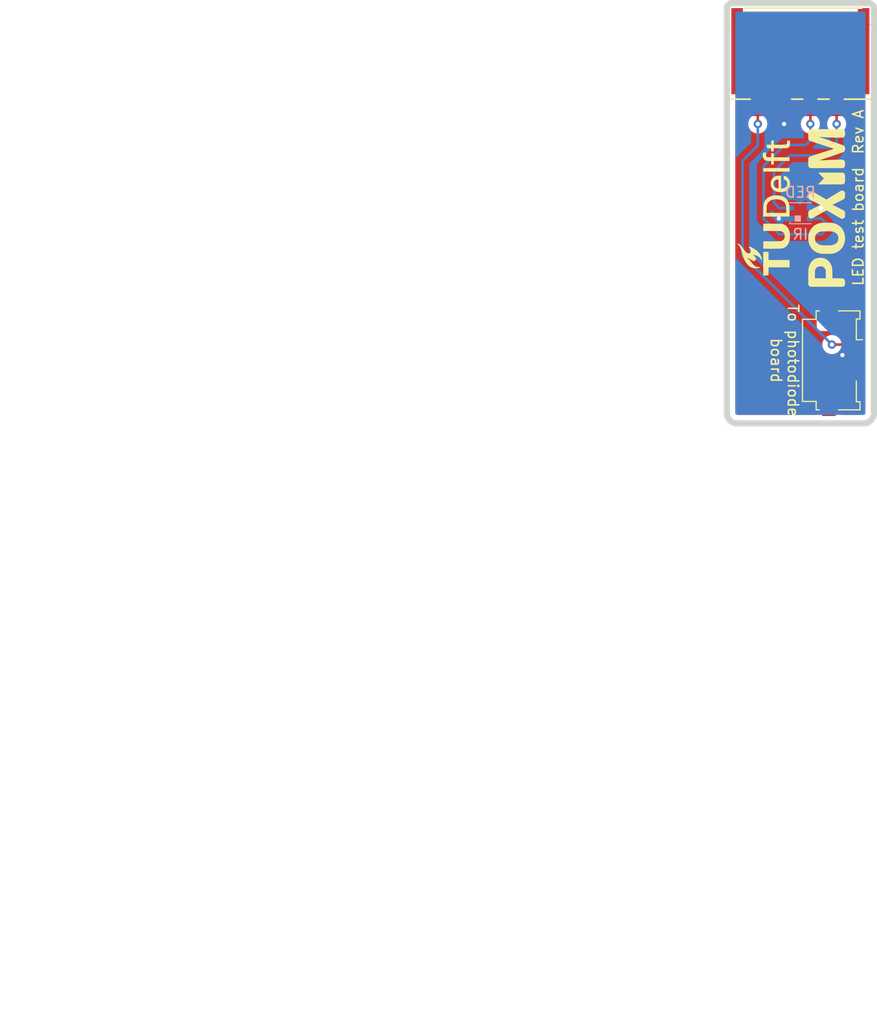
<source format=kicad_pcb>
(kicad_pcb (version 20171130) (host pcbnew "(5.1.0-0)")

  (general
    (thickness 1.6)
    (drawings 13)
    (tracks 36)
    (zones 0)
    (modules 6)
    (nets 7)
  )

  (page A4)
  (title_block
    (title "Finger sensor")
    (date 2020-04-27)
    (rev "Test proto")
    (company POxiM)
    (comment 1 "By Arthur Admiraal")
    (comment 2 "Infrared and red transmissivity sensor")
  )

  (layers
    (0 F.Cu signal)
    (31 B.Cu signal)
    (32 B.Adhes user)
    (33 F.Adhes user)
    (34 B.Paste user)
    (35 F.Paste user)
    (36 B.SilkS user)
    (37 F.SilkS user)
    (38 B.Mask user)
    (39 F.Mask user)
    (40 Dwgs.User user)
    (41 Cmts.User user)
    (42 Eco1.User user)
    (43 Eco2.User user)
    (44 Edge.Cuts user)
    (45 Margin user)
    (46 B.CrtYd user)
    (47 F.CrtYd user)
    (48 B.Fab user)
    (49 F.Fab user)
  )

  (setup
    (last_trace_width 0.25)
    (trace_clearance 0.2)
    (zone_clearance 0.508)
    (zone_45_only no)
    (trace_min 0.2)
    (via_size 0.8)
    (via_drill 0.4)
    (via_min_size 0.4)
    (via_min_drill 0.3)
    (user_via 0.6 0.3)
    (uvia_size 0.3)
    (uvia_drill 0.1)
    (uvias_allowed no)
    (uvia_min_size 0.2)
    (uvia_min_drill 0.1)
    (edge_width 0.05)
    (segment_width 0.2)
    (pcb_text_width 0.3)
    (pcb_text_size 1.5 1.5)
    (mod_edge_width 0.12)
    (mod_text_size 1 1)
    (mod_text_width 0.15)
    (pad_size 1.524 1.524)
    (pad_drill 0.762)
    (pad_to_mask_clearance 0.051)
    (solder_mask_min_width 0.25)
    (aux_axis_origin 0 0)
    (visible_elements FFFFFF7F)
    (pcbplotparams
      (layerselection 0x010fc_ffffffff)
      (usegerberextensions false)
      (usegerberattributes false)
      (usegerberadvancedattributes false)
      (creategerberjobfile false)
      (excludeedgelayer true)
      (linewidth 0.100000)
      (plotframeref false)
      (viasonmask false)
      (mode 1)
      (useauxorigin false)
      (hpglpennumber 1)
      (hpglpenspeed 20)
      (hpglpendiameter 15.000000)
      (psnegative false)
      (psa4output false)
      (plotreference true)
      (plotvalue true)
      (plotinvisibletext false)
      (padsonsilk false)
      (subtractmaskfromsilk false)
      (outputformat 1)
      (mirror false)
      (drillshape 1)
      (scaleselection 1)
      (outputdirectory ""))
  )

  (net 0 "")
  (net 1 GND)
  (net 2 "Net-(D2-Pad4)")
  (net 3 "Net-(D2-Pad2)")
  (net 4 "Net-(J2-Pad4)")
  (net 5 "Net-(J2-Pad3)")
  (net 6 "Net-(J2-Pad1)")

  (net_class Default "Dit is de standaard class."
    (clearance 0.2)
    (trace_width 0.25)
    (via_dia 0.8)
    (via_drill 0.4)
    (uvia_dia 0.3)
    (uvia_drill 0.1)
    (add_net GND)
    (add_net "Net-(D2-Pad2)")
    (add_net "Net-(D2-Pad4)")
    (add_net "Net-(J2-Pad1)")
    (add_net "Net-(J2-Pad3)")
    (add_net "Net-(J2-Pad4)")
  )

  (module POxiM-logos:POxiMLogo_GoldHeart_W15mm (layer F.Cu) (tedit 5EA35765) (tstamp 5EA6D116)
    (at 114.5 69.5 90)
    (fp_text reference G*** (at 0 0 90) (layer F.SilkS) hide
      (effects (font (size 1.524 1.524) (thickness 0.3)))
    )
    (fp_text value LOGO (at 0.75 0 90) (layer F.SilkS) hide
      (effects (font (size 1.524 1.524) (thickness 0.3)))
    )
    (fp_poly (pts (xy 2.626396 -1.724224) (xy 2.68141 -1.699014) (xy 2.707522 -1.681324) (xy 2.742425 -1.647958)
      (xy 2.773705 -1.605619) (xy 2.797499 -1.560111) (xy 2.807073 -1.531773) (xy 2.817623 -1.489859)
      (xy 2.823327 -1.516532) (xy 2.841284 -1.568191) (xy 2.871298 -1.61851) (xy 2.910374 -1.66378)
      (xy 2.955512 -1.700294) (xy 2.985428 -1.717003) (xy 3.021069 -1.728019) (xy 3.065694 -1.733954)
      (xy 3.113917 -1.734808) (xy 3.160351 -1.73058) (xy 3.199612 -1.721271) (xy 3.210252 -1.717003)
      (xy 3.248916 -1.693543) (xy 3.287985 -1.660319) (xy 3.322785 -1.621938) (xy 3.348639 -1.583006)
      (xy 3.350999 -1.57835) (xy 3.361934 -1.553361) (xy 3.368312 -1.530274) (xy 3.371288 -1.503179)
      (xy 3.372011 -1.470807) (xy 3.370692 -1.435738) (xy 3.36568 -1.404544) (xy 3.355705 -1.37427)
      (xy 3.339495 -1.341961) (xy 3.315779 -1.30466) (xy 3.283286 -1.259414) (xy 3.278088 -1.252444)
      (xy 3.263649 -1.23472) (xy 3.24109 -1.209023) (xy 3.211747 -1.176733) (xy 3.176958 -1.139232)
      (xy 3.138061 -1.097898) (xy 3.096393 -1.054113) (xy 3.053291 -1.009256) (xy 3.010093 -0.964708)
      (xy 2.968136 -0.921848) (xy 2.928758 -0.882058) (xy 2.893296 -0.846716) (xy 2.863088 -0.817204)
      (xy 2.839471 -0.794902) (xy 2.823782 -0.781189) (xy 2.817683 -0.777318) (xy 2.810771 -0.782536)
      (xy 2.794444 -0.797362) (xy 2.769989 -0.82055) (xy 2.738694 -0.850857) (xy 2.701846 -0.887038)
      (xy 2.660731 -0.927849) (xy 2.626421 -0.962203) (xy 2.553155 -1.036627) (xy 2.490475 -1.102103)
      (xy 2.437478 -1.159698) (xy 2.393261 -1.210479) (xy 2.356921 -1.255513) (xy 2.327556 -1.295867)
      (xy 2.304263 -1.332609) (xy 2.288887 -1.361138) (xy 2.273708 -1.393684) (xy 2.264863 -1.418767)
      (xy 2.260837 -1.441991) (xy 2.2601 -1.467656) (xy 2.267684 -1.528792) (xy 2.28776 -1.583783)
      (xy 2.318521 -1.631765) (xy 2.358163 -1.671879) (xy 2.40488 -1.70326) (xy 2.456868 -1.725047)
      (xy 2.512319 -1.736378) (xy 2.569431 -1.736391) (xy 2.626396 -1.724224)) (layer F.Mask) (width 0.01))
    (fp_poly (pts (xy 7.132197 -1.744076) (xy 7.18322 -1.743138) (xy 7.224868 -1.741508) (xy 7.258607 -1.739087)
      (xy 7.285904 -1.735774) (xy 7.308224 -1.73147) (xy 7.327034 -1.726076) (xy 7.343799 -1.719491)
      (xy 7.356836 -1.713243) (xy 7.40084 -1.683793) (xy 7.441032 -1.643939) (xy 7.472826 -1.598499)
      (xy 7.480696 -1.583094) (xy 7.502641 -1.535584) (xy 7.502641 1.535584) (xy 7.480696 1.583094)
      (xy 7.447592 1.637165) (xy 7.403447 1.681681) (xy 7.350161 1.715134) (xy 7.289637 1.736018)
      (xy 7.286979 1.736595) (xy 7.263793 1.73967) (xy 7.228667 1.742052) (xy 7.184889 1.743732)
      (xy 7.135746 1.744697) (xy 7.084525 1.744936) (xy 7.034513 1.744439) (xy 6.988997 1.743194)
      (xy 6.951264 1.74119) (xy 6.924601 1.738415) (xy 6.921257 1.737838) (xy 6.859233 1.718582)
      (xy 6.80419 1.686298) (xy 6.757852 1.64226) (xy 6.723955 1.59164) (xy 6.702461 1.550825)
      (xy 6.700764 1.165977) (xy 6.700509 1.100756) (xy 6.700378 1.041352) (xy 6.700415 0.986356)
      (xy 6.700662 0.934364) (xy 6.701164 0.883968) (xy 6.701963 0.833763) (xy 6.703104 0.782342)
      (xy 6.70463 0.728299) (xy 6.706585 0.670229) (xy 6.709011 0.606724) (xy 6.711953 0.536378)
      (xy 6.715454 0.457786) (xy 6.719557 0.369542) (xy 6.724306 0.270238) (xy 6.729744 0.158468)
      (xy 6.735656 0.038104) (xy 6.740768 -0.067001) (xy 6.745546 -0.167815) (xy 6.749949 -0.263293)
      (xy 6.753933 -0.352392) (xy 6.757456 -0.434068) (xy 6.760476 -0.507276) (xy 6.76295 -0.570973)
      (xy 6.764835 -0.624113) (xy 6.76609 -0.665653) (xy 6.76667 -0.694549) (xy 6.766535 -0.709757)
      (xy 6.766213 -0.711877) (xy 6.759822 -0.710652) (xy 6.752397 -0.698301) (xy 6.751807 -0.696803)
      (xy 6.748438 -0.687215) (xy 6.740419 -0.663995) (xy 6.728021 -0.627934) (xy 6.711514 -0.579825)
      (xy 6.691171 -0.520461) (xy 6.667261 -0.450633) (xy 6.640057 -0.371134) (xy 6.609828 -0.282757)
      (xy 6.576846 -0.186293) (xy 6.541383 -0.082536) (xy 6.503709 0.027723) (xy 6.464095 0.143691)
      (xy 6.422812 0.264576) (xy 6.380131 0.389585) (xy 6.358393 0.453268) (xy 6.30411 0.61219)
      (xy 6.254496 0.757196) (xy 6.209366 0.888817) (xy 6.168533 1.007584) (xy 6.131809 1.114028)
      (xy 6.099007 1.20868) (xy 6.069942 1.292071) (xy 6.044425 1.364732) (xy 6.02227 1.427193)
      (xy 6.00329 1.479987) (xy 5.987299 1.523643) (xy 5.974109 1.558692) (xy 5.963533 1.585667)
      (xy 5.955385 1.605097) (xy 5.949477 1.617513) (xy 5.947289 1.621283) (xy 5.910092 1.665637)
      (xy 5.862761 1.702454) (xy 5.810831 1.727819) (xy 5.793297 1.733028) (xy 5.772779 1.736763)
      (xy 5.746541 1.73924) (xy 5.711847 1.740675) (xy 5.665961 1.741283) (xy 5.639364 1.741344)
      (xy 5.59108 1.741261) (xy 5.555157 1.740778) (xy 5.528714 1.739547) (xy 5.508872 1.737219)
      (xy 5.49275 1.733445) (xy 5.477467 1.727875) (xy 5.460144 1.720162) (xy 5.458582 1.719441)
      (xy 5.421757 1.697797) (xy 5.384746 1.668198) (xy 5.352079 1.634831) (xy 5.328287 1.601887)
      (xy 5.325188 1.596108) (xy 5.321504 1.586471) (xy 5.313195 1.563194) (xy 5.300535 1.52707)
      (xy 5.283794 1.478894) (xy 5.263246 1.419458) (xy 5.239162 1.349555) (xy 5.211815 1.26998)
      (xy 5.181477 1.181526) (xy 5.14842 1.084987) (xy 5.112918 0.981155) (xy 5.075241 0.870824)
      (xy 5.035662 0.754788) (xy 4.994453 0.63384) (xy 4.951888 0.508774) (xy 4.930477 0.445815)
      (xy 4.887438 0.319294) (xy 4.845679 0.196674) (xy 4.805468 0.078734) (xy 4.767072 -0.033748)
      (xy 4.730759 -0.139991) (xy 4.696796 -0.239217) (xy 4.665452 -0.330645) (xy 4.636993 -0.413497)
      (xy 4.611687 -0.486993) (xy 4.589801 -0.550354) (xy 4.571604 -0.6028) (xy 4.557363 -0.643553)
      (xy 4.547346 -0.671831) (xy 4.541819 -0.686857) (xy 4.540812 -0.689171) (xy 4.53271 -0.693472)
      (xy 4.530959 -0.692635) (xy 4.53082 -0.684679) (xy 4.531401 -0.662518) (xy 4.532657 -0.62717)
      (xy 4.534543 -0.579652) (xy 4.537014 -0.52098) (xy 4.540026 -0.452174) (xy 4.543532 -0.374249)
      (xy 4.547489 -0.288224) (xy 4.55185 -0.195116) (xy 4.556572 -0.095941) (xy 4.561609 0.008281)
      (xy 4.565322 0.084175) (xy 4.571602 0.212281) (xy 4.577146 0.326479) (xy 4.581997 0.428084)
      (xy 4.586198 0.51841) (xy 4.589789 0.59877) (xy 4.592815 0.670479) (xy 4.595317 0.734852)
      (xy 4.597336 0.793201) (xy 4.598917 0.846842) (xy 4.6001 0.897088) (xy 4.600929 0.945253)
      (xy 4.601445 0.992652) (xy 4.60169 1.040599) (xy 4.601708 1.090407) (xy 4.60154 1.143391)
      (xy 4.601232 1.20027) (xy 4.600715 1.281555) (xy 4.600203 1.349052) (xy 4.599623 1.404217)
      (xy 4.598902 1.448504) (xy 4.597968 1.483368) (xy 4.596746 1.510261) (xy 4.595164 1.53064)
      (xy 4.593151 1.545959) (xy 4.590631 1.557671) (xy 4.587533 1.567231) (xy 4.583784 1.576095)
      (xy 4.582225 1.579471) (xy 4.560389 1.615848) (xy 4.530093 1.652667) (xy 4.495791 1.685212)
      (xy 4.46194 1.708765) (xy 4.458297 1.710674) (xy 4.42912 1.722944) (xy 4.39594 1.73355)
      (xy 4.383469 1.736586) (xy 4.361941 1.739344) (xy 4.328354 1.741488) (xy 4.285879 1.74301)
      (xy 4.237686 1.743907) (xy 4.186946 1.744172) (xy 4.136828 1.743799) (xy 4.090504 1.742784)
      (xy 4.051144 1.741121) (xy 4.021917 1.738804) (xy 4.011227 1.737233) (xy 3.95702 1.719245)
      (xy 3.905949 1.688696) (xy 3.861403 1.648265) (xy 3.826773 1.600631) (xy 3.818721 1.585119)
      (xy 3.79895 1.543204) (xy 3.79895 -1.543204) (xy 3.818721 -1.585118) (xy 3.850914 -1.63613)
      (xy 3.895187 -1.680144) (xy 3.949095 -1.714783) (xy 3.955176 -1.717761) (xy 4.004711 -1.741344)
      (xy 4.359076 -1.741344) (xy 4.44174 -1.741331) (xy 4.510613 -1.74125) (xy 4.567145 -1.741036)
      (xy 4.612786 -1.740626) (xy 4.648986 -1.739955) (xy 4.677195 -1.738959) (xy 4.698864 -1.737576)
      (xy 4.715443 -1.735739) (xy 4.728382 -1.733386) (xy 4.739131 -1.730453) (xy 4.74914 -1.726875)
      (xy 4.756893 -1.723788) (xy 4.80257 -1.699196) (xy 4.844748 -1.665209) (xy 4.879055 -1.625791)
      (xy 4.895568 -1.598094) (xy 4.899299 -1.58797) (xy 4.907324 -1.564402) (xy 4.919337 -1.528342)
      (xy 4.935031 -1.480742) (xy 4.9541 -1.422554) (xy 4.976238 -1.354731) (xy 5.001138 -1.278224)
      (xy 5.028493 -1.193986) (xy 5.057998 -1.102969) (xy 5.089346 -1.006125) (xy 5.12223 -0.904406)
      (xy 5.156345 -0.798764) (xy 5.191383 -0.690151) (xy 5.227039 -0.57952) (xy 5.263005 -0.467823)
      (xy 5.298976 -0.356011) (xy 5.334645 -0.245037) (xy 5.369706 -0.135853) (xy 5.403852 -0.029412)
      (xy 5.436777 0.073336) (xy 5.468175 0.171437) (xy 5.497739 0.263939) (xy 5.525162 0.349891)
      (xy 5.550139 0.42834) (xy 5.572363 0.498334) (xy 5.591527 0.55892) (xy 5.607325 0.609148)
      (xy 5.619451 0.648064) (xy 5.627599 0.674717) (xy 5.631461 0.688154) (xy 5.631744 0.689556)
      (xy 5.63782 0.693211) (xy 5.64127 0.693473) (xy 5.644903 0.686272) (xy 5.653022 0.664928)
      (xy 5.665499 0.629826) (xy 5.682206 0.58135) (xy 5.703017 0.519885) (xy 5.727803 0.445815)
      (xy 5.756437 0.359524) (xy 5.788792 0.261397) (xy 5.824741 0.151818) (xy 5.864155 0.031171)
      (xy 5.906908 -0.100159) (xy 5.952872 -0.241788) (xy 6.001919 -0.393332) (xy 6.012112 -0.424874)
      (xy 6.053204 -0.551928) (xy 6.093256 -0.675516) (xy 6.131998 -0.794813) (xy 6.169158 -0.90899)
      (xy 6.204464 -1.017221) (xy 6.237644 -1.11868) (xy 6.268427 -1.212541) (xy 6.296541 -1.297975)
      (xy 6.321713 -1.374157) (xy 6.343674 -1.44026) (xy 6.362149 -1.495457) (xy 6.376869 -1.538921)
      (xy 6.387561 -1.569827) (xy 6.393954 -1.587347) (xy 6.395147 -1.59021) (xy 6.425862 -1.639602)
      (xy 6.467988 -1.682324) (xy 6.518086 -1.715141) (xy 6.537078 -1.723773) (xy 6.547962 -1.728019)
      (xy 6.558642 -1.731531) (xy 6.570645 -1.734392) (xy 6.585494 -1.736682) (xy 6.604714 -1.738485)
      (xy 6.629831 -1.739882) (xy 6.662369 -1.740956) (xy 6.703853 -1.741787) (xy 6.755809 -1.742459)
      (xy 6.81976 -1.743054) (xy 6.897232 -1.743652) (xy 6.908221 -1.743734) (xy 6.996164 -1.744274)
      (xy 7.070334 -1.744421) (xy 7.132197 -1.744076)) (layer F.SilkS) (width 0.01))
    (fp_poly (pts (xy 2.531955 -0.535348) (xy 2.815968 -0.251464) (xy 3.002629 -0.438689) (xy 3.051349 -0.487382)
      (xy 3.101034 -0.536724) (xy 3.149551 -0.584619) (xy 3.194768 -0.628971) (xy 3.234552 -0.667686)
      (xy 3.266771 -0.698669) (xy 3.278929 -0.710184) (xy 3.368568 -0.794455) (xy 3.366568 0.374375)
      (xy 3.364567 1.543204) (xy 3.347662 1.579471) (xy 3.325826 1.615848) (xy 3.29553 1.652667)
      (xy 3.261228 1.685212) (xy 3.227376 1.708765) (xy 3.223734 1.710674) (xy 3.206433 1.718859)
      (xy 3.188944 1.725645) (xy 3.1697 1.731157) (xy 3.147133 1.735522) (xy 3.119674 1.738867)
      (xy 3.085755 1.741317) (xy 3.043808 1.743) (xy 2.992265 1.744041) (xy 2.929557 1.744567)
      (xy 2.854116 1.744704) (xy 2.802161 1.744653) (xy 2.720964 1.744414) (xy 2.653559 1.743954)
      (xy 2.598495 1.743224) (xy 2.554324 1.742176) (xy 2.519597 1.74076) (xy 2.492863 1.738929)
      (xy 2.472674 1.736633) (xy 2.457581 1.733823) (xy 2.454071 1.732938) (xy 2.393838 1.709283)
      (xy 2.341973 1.673553) (xy 2.299992 1.627077) (xy 2.269412 1.571185) (xy 2.269336 1.570998)
      (xy 2.251936 1.527963) (xy 2.249938 0.354365) (xy 2.247941 -0.819232) (xy 2.531955 -0.535348)) (layer F.SilkS) (width 0.01))
    (fp_poly (pts (xy 1.434365 -1.72092) (xy 1.487879 -1.688396) (xy 1.533493 -1.64576) (xy 1.568093 -1.59607)
      (xy 1.574571 -1.583094) (xy 1.586083 -1.555642) (xy 1.592758 -1.531295) (xy 1.595823 -1.503756)
      (xy 1.596515 -1.470807) (xy 1.595809 -1.435955) (xy 1.592782 -1.410082) (xy 1.586138 -1.38696)
      (xy 1.574583 -1.36036) (xy 1.572736 -1.356496) (xy 1.565563 -1.3429) (xy 1.55131 -1.317103)
      (xy 1.53054 -1.280088) (xy 1.503813 -1.232842) (xy 1.471694 -1.176348) (xy 1.434744 -1.111593)
      (xy 1.393526 -1.03956) (xy 1.348602 -0.961235) (xy 1.300534 -0.877604) (xy 1.249886 -0.78965)
      (xy 1.197218 -0.698358) (xy 1.175428 -0.660637) (xy 0.801933 -0.014313) (xy 1.222736 0.673891)
      (xy 1.289777 0.783717) (xy 1.352285 0.886484) (xy 1.409912 0.981607) (xy 1.462308 1.0685)
      (xy 1.509124 1.146577) (xy 1.550013 1.215252) (xy 1.584625 1.27394) (xy 1.612612 1.322054)
      (xy 1.633624 1.359008) (xy 1.647313 1.384218) (xy 1.653331 1.397096) (xy 1.653432 1.397433)
      (xy 1.658982 1.430293) (xy 1.660435 1.471171) (xy 1.659698 1.489305) (xy 1.648538 1.552691)
      (xy 1.62398 1.609153) (xy 1.586596 1.657869) (xy 1.536955 1.698016) (xy 1.501291 1.717761)
      (xy 1.451756 1.741344) (xy 1.257798 1.743939) (xy 1.185292 1.744578) (xy 1.126 1.744215)
      (xy 1.077916 1.742635) (xy 1.039033 1.739623) (xy 1.007346 1.734963) (xy 0.980847 1.728441)
      (xy 0.957531 1.719841) (xy 0.936303 1.709444) (xy 0.92426 1.702844) (xy 0.913109 1.696219)
      (xy 0.902438 1.688828) (xy 0.891831 1.679928) (xy 0.880876 1.66878) (xy 0.869157 1.654642)
      (xy 0.85626 1.636772) (xy 0.841771 1.61443) (xy 0.825276 1.586875) (xy 0.806361 1.553364)
      (xy 0.784611 1.513158) (xy 0.759612 1.465515) (xy 0.73095 1.409693) (xy 0.698211 1.344952)
      (xy 0.660981 1.27055) (xy 0.618845 1.185746) (xy 0.571389 1.0898) (xy 0.518199 0.981969)
      (xy 0.458861 0.861512) (xy 0.432411 0.807801) (xy 0.302943 0.544885) (xy 0.034152 1.086165)
      (xy -0.016948 1.189062) (xy -0.061802 1.279228) (xy -0.100964 1.357576) (xy -0.13499 1.425015)
      (xy -0.164433 1.482457) (xy -0.189848 1.530811) (xy -0.21179 1.570989) (xy -0.230814 1.603901)
      (xy -0.247475 1.630457) (xy -0.262326 1.651568) (xy -0.275922 1.668145) (xy -0.288819 1.681098)
      (xy -0.301571 1.691338) (xy -0.314732 1.699776) (xy -0.328857 1.707321) (xy -0.344501 1.714885)
      (xy -0.350555 1.717761) (xy -0.40009 1.741344) (xy -0.586798 1.742749) (xy -0.640677 1.742866)
      (xy -0.691279 1.742435) (xy -0.736023 1.741522) (xy -0.77233 1.740191) (xy -0.79762 1.738505)
      (xy -0.806796 1.737277) (xy -0.863686 1.718006) (xy -0.915592 1.685744) (xy -0.959912 1.642556)
      (xy -0.994048 1.590505) (xy -0.995561 1.587461) (xy -1.011945 1.541154) (xy -1.020147 1.489187)
      (xy -1.019829 1.437144) (xy -1.010649 1.390606) (xy -1.008 1.383168) (xy -1.002152 1.371357)
      (xy -0.989139 1.347332) (xy -0.969498 1.312034) (xy -0.943769 1.2664) (xy -0.912487 1.211372)
      (xy -0.876191 1.147887) (xy -0.835418 1.076884) (xy -0.790707 0.999302) (xy -0.742595 0.916082)
      (xy -0.691619 0.828161) (xy -0.638318 0.736479) (xy -0.602169 0.674437) (xy -0.547954 0.581406)
      (xy -0.495902 0.491959) (xy -0.44653 0.406991) (xy -0.400354 0.327396) (xy -0.357889 0.254068)
      (xy -0.319653 0.187902) (xy -0.286162 0.129792) (xy -0.257932 0.080632) (xy -0.23548 0.041317)
      (xy -0.219321 0.01274) (xy -0.209972 -0.004204) (xy -0.207754 -0.008676) (xy -0.211018 -0.016977)
      (xy -0.221489 -0.03763) (xy -0.238708 -0.069817) (xy -0.262213 -0.112716) (xy -0.291545 -0.165509)
      (xy -0.326242 -0.227375) (xy -0.365844 -0.297496) (xy -0.40989 -0.375051) (xy -0.457921 -0.45922)
      (xy -0.509475 -0.549185) (xy -0.564093 -0.644125) (xy -0.589667 -0.688461) (xy -0.643572 -0.781998)
      (xy -0.695484 -0.872397) (xy -0.744871 -0.958712) (xy -0.791198 -1.039998) (xy -0.833934 -1.115308)
      (xy -0.872544 -1.183697) (xy -0.906496 -1.244217) (xy -0.935257 -1.295924) (xy -0.958292 -1.33787)
      (xy -0.97507 -1.36911) (xy -0.985056 -1.388698) (xy -0.987595 -1.394551) (xy -0.996046 -1.437893)
      (xy -0.996814 -1.487636) (xy -0.990269 -1.53724) (xy -0.977119 -1.579409) (xy -0.952065 -1.621442)
      (xy -0.916424 -1.662078) (xy -0.874563 -1.696976) (xy -0.836168 -1.719441) (xy -0.788748 -1.741344)
      (xy -0.586798 -1.741188) (xy -0.523805 -1.741013) (xy -0.474089 -1.740523) (xy -0.43569 -1.739608)
      (xy -0.406644 -1.73816) (xy -0.384989 -1.73607) (xy -0.368763 -1.733229) (xy -0.356005 -1.729528)
      (xy -0.352376 -1.728161) (xy -0.309332 -1.706692) (xy -0.269144 -1.678717) (xy -0.237094 -1.648087)
      (xy -0.229655 -1.63868) (xy -0.223002 -1.627205) (xy -0.210354 -1.60312) (xy -0.192279 -1.567573)
      (xy -0.169341 -1.521711) (xy -0.142106 -1.466682) (xy -0.11114 -1.403634) (xy -0.077008 -1.333713)
      (xy -0.040277 -1.258068) (xy -0.001512 -1.177846) (xy 0.03768 -1.096365) (xy 0.077462 -1.013534)
      (xy 0.11539 -0.93469) (xy 0.15094 -0.860913) (xy 0.183589 -0.793285) (xy 0.212812 -0.732886)
      (xy 0.238086 -0.680797) (xy 0.258887 -0.6381) (xy 0.274692 -0.605876) (xy 0.284977 -0.585205)
      (xy 0.289218 -0.577168) (xy 0.289245 -0.577135) (xy 0.293318 -0.582873) (xy 0.303502 -0.601298)
      (xy 0.319279 -0.631373) (xy 0.340126 -0.672063) (xy 0.365525 -0.722332) (xy 0.394954 -0.781143)
      (xy 0.427893 -0.84746) (xy 0.463822 -0.920247) (xy 0.50222 -0.998469) (xy 0.542567 -1.081088)
      (xy 0.549214 -1.094739) (xy 0.596694 -1.192243) (xy 0.638048 -1.277014) (xy 0.673793 -1.350035)
      (xy 0.704445 -1.412292) (xy 0.730521 -1.464768) (xy 0.752538 -1.508448) (xy 0.771014 -1.544316)
      (xy 0.786465 -1.573357) (xy 0.799407 -1.596554) (xy 0.810357 -1.614893) (xy 0.819833 -1.629357)
      (xy 0.828352 -1.640931) (xy 0.836429 -1.650599) (xy 0.844582 -1.659346) (xy 0.846935 -1.661749)
      (xy 0.888958 -1.698159) (xy 0.931711 -1.722144) (xy 0.934574 -1.723323) (xy 0.948505 -1.72871)
      (xy 0.96175 -1.732902) (xy 0.976392 -1.736047) (xy 0.994513 -1.738296) (xy 1.018194 -1.739799)
      (xy 1.049519 -1.740705) (xy 1.09057 -1.741164) (xy 1.143429 -1.741327) (xy 1.185029 -1.741344)
      (xy 1.390789 -1.741344) (xy 1.434365 -1.72092)) (layer F.SilkS) (width 0.01))
    (fp_poly (pts (xy -2.789111 -1.742333) (xy -2.635223 -1.728671) (xy -2.487842 -1.701537) (xy -2.34724 -1.661038)
      (xy -2.213688 -1.607281) (xy -2.087458 -1.540372) (xy -1.96882 -1.46042) (xy -1.858047 -1.36753)
      (xy -1.769673 -1.277814) (xy -1.677837 -1.165076) (xy -1.59906 -1.044516) (xy -1.533397 -0.916263)
      (xy -1.480904 -0.780446) (xy -1.441635 -0.637197) (xy -1.415646 -0.486643) (xy -1.410321 -0.438775)
      (xy -1.408329 -0.409549) (xy -1.406627 -0.367148) (xy -1.405215 -0.313637) (xy -1.404091 -0.251082)
      (xy -1.403258 -0.181545) (xy -1.402713 -0.107093) (xy -1.402458 -0.029789) (xy -1.402493 0.048302)
      (xy -1.402816 0.125116) (xy -1.403429 0.198587) (xy -1.404332 0.266652) (xy -1.405524 0.327246)
      (xy -1.407005 0.378304) (xy -1.408776 0.417762) (xy -1.410321 0.438775) (xy -1.43221 0.592846)
      (xy -1.467139 0.739036) (xy -1.515137 0.877401) (xy -1.576229 1.007993) (xy -1.650443 1.130868)
      (xy -1.737807 1.246079) (xy -1.838347 1.35368) (xy -1.895779 1.406587) (xy -2.003398 1.490832)
      (xy -2.120344 1.563417) (xy -2.245889 1.624136) (xy -2.379306 1.672784) (xy -2.519869 1.709155)
      (xy -2.66685 1.733045) (xy -2.819521 1.744247) (xy -2.977156 1.742558) (xy -3.063546 1.736263)
      (xy -3.212286 1.715049) (xy -3.355384 1.680164) (xy -3.492151 1.631983) (xy -3.6219 1.570879)
      (xy -3.743943 1.497227) (xy -3.857593 1.411402) (xy -3.962161 1.313778) (xy -4.056961 1.204728)
      (xy -4.069211 1.188839) (xy -4.150935 1.068913) (xy -4.219253 0.941895) (xy -4.274218 0.807653)
      (xy -4.315884 0.666051) (xy -4.344304 0.516956) (xy -4.347541 0.493054) (xy -4.350608 0.460193)
      (xy -4.353244 0.414125) (xy -4.355448 0.356834) (xy -4.357222 0.290304) (xy -4.358566 0.216519)
      (xy -4.359481 0.137464) (xy -4.359965 0.055124) (xy -4.359989 0.018561) (xy -3.557844 0.018561)
      (xy -3.55777 0.122287) (xy -3.556512 0.213407) (xy -3.554007 0.293223) (xy -3.550194 0.363034)
      (xy -3.545007 0.424139) (xy -3.538385 0.477839) (xy -3.530264 0.525434) (xy -3.525315 0.548695)
      (xy -3.494459 0.657709) (xy -3.454246 0.756469) (xy -3.405122 0.844437) (xy -3.347534 0.921076)
      (xy -3.281928 0.985847) (xy -3.20875 1.038213) (xy -3.128446 1.077636) (xy -3.070735 1.096579)
      (xy -3.039247 1.104899) (xy -3.014234 1.110848) (xy -2.992111 1.114768) (xy -2.969292 1.117003)
      (xy -2.942191 1.117897) (xy -2.907225 1.117794) (xy -2.860806 1.117036) (xy -2.857785 1.116981)
      (xy -2.811324 1.11593) (xy -2.776214 1.114361) (xy -2.748568 1.111726) (xy -2.724497 1.107479)
      (xy -2.70011 1.101073) (xy -2.671519 1.091963) (xy -2.665536 1.089963) (xy -2.580544 1.053601)
      (xy -2.50331 1.004329) (xy -2.434158 0.942542) (xy -2.373414 0.868635) (xy -2.321402 0.783005)
      (xy -2.278446 0.686046) (xy -2.244871 0.578154) (xy -2.244591 0.57705) (xy -2.23707 0.545896)
      (xy -2.230709 0.515649) (xy -2.225413 0.484733) (xy -2.221087 0.451569) (xy -2.217639 0.414579)
      (xy -2.214973 0.372186) (xy -2.212994 0.322812) (xy -2.211609 0.26488) (xy -2.210723 0.19681)
      (xy -2.210241 0.117027) (xy -2.210069 0.023951) (xy -2.210064 0) (xy -2.210177 -0.09648)
      (xy -2.21058 -0.179294) (xy -2.211365 -0.250016) (xy -2.212627 -0.310221) (xy -2.21446 -0.361483)
      (xy -2.216956 -0.405377) (xy -2.22021 -0.443476) (xy -2.224314 -0.477355) (xy -2.229364 -0.508588)
      (xy -2.235452 -0.53875) (xy -2.242672 -0.569414) (xy -2.244329 -0.576016) (xy -2.277927 -0.684255)
      (xy -2.321015 -0.781522) (xy -2.37328 -0.867456) (xy -2.434409 -0.941692) (xy -2.504089 -1.003868)
      (xy -2.58201 -1.05362) (xy -2.667857 -1.090587) (xy -2.694282 -1.09889) (xy -2.719209 -1.105583)
      (xy -2.742611 -1.110338) (xy -2.767895 -1.113464) (xy -2.798468 -1.11527) (xy -2.837737 -1.116066)
      (xy -2.884458 -1.116172) (xy -2.945827 -1.115338) (xy -2.995647 -1.112667) (xy -3.037569 -1.107478)
      (xy -3.07524 -1.099089) (xy -3.11231 -1.086822) (xy -3.152429 -1.069993) (xy -3.166426 -1.063571)
      (xy -3.241294 -1.020427) (xy -3.310014 -0.963998) (xy -3.371802 -0.895268) (xy -3.425871 -0.815217)
      (xy -3.471437 -0.724831) (xy -3.50182 -0.643954) (xy -3.513582 -0.605878) (xy -3.523455 -0.569309)
      (xy -3.531623 -0.532411) (xy -3.538273 -0.493346) (xy -3.543588 -0.450278) (xy -3.547756 -0.40137)
      (xy -3.55096 -0.344783) (xy -3.553388 -0.278682) (xy -3.555223 -0.20123) (xy -3.556651 -0.110588)
      (xy -3.556799 -0.09907) (xy -3.557844 0.018561) (xy -4.359989 0.018561) (xy -4.360021 -0.028519)
      (xy -4.359648 -0.111479) (xy -4.358847 -0.191772) (xy -4.357618 -0.267413) (xy -4.355961 -0.336419)
      (xy -4.353877 -0.396805) (xy -4.351366 -0.446587) (xy -4.348429 -0.48378) (xy -4.347353 -0.493054)
      (xy -4.32076 -0.642294) (xy -4.280895 -0.785038) (xy -4.228087 -0.920688) (xy -4.16266 -1.048645)
      (xy -4.084941 -1.168308) (xy -3.995256 -1.27908) (xy -3.893932 -1.380359) (xy -3.838544 -1.427627)
      (xy -3.728086 -1.509015) (xy -3.613295 -1.577608) (xy -3.493015 -1.633816) (xy -3.366088 -1.67805)
      (xy -3.231357 -1.710719) (xy -3.087664 -1.732233) (xy -2.949235 -1.742417) (xy -2.789111 -1.742333)) (layer F.SilkS) (width 0.01))
    (fp_poly (pts (xy -6.816458 -1.744182) (xy -6.712969 -1.743787) (xy -6.595467 -1.743246) (xy -6.565286 -1.7431)
      (xy -6.442997 -1.742489) (xy -6.334805 -1.741879) (xy -6.239569 -1.741206) (xy -6.156145 -1.740408)
      (xy -6.083389 -1.739422) (xy -6.020159 -1.738186) (xy -5.965311 -1.736634) (xy -5.917702 -1.734706)
      (xy -5.876189 -1.732338) (xy -5.839628 -1.729467) (xy -5.806877 -1.726031) (xy -5.776793 -1.721965)
      (xy -5.748231 -1.717208) (xy -5.72005 -1.711696) (xy -5.691105 -1.705367) (xy -5.660254 -1.698157)
      (xy -5.633865 -1.691817) (xy -5.501781 -1.653103) (xy -5.377974 -1.602992) (xy -5.263115 -1.542048)
      (xy -5.157872 -1.470838) (xy -5.062914 -1.389927) (xy -4.97891 -1.29988) (xy -4.906529 -1.201264)
      (xy -4.846439 -1.094645) (xy -4.802005 -0.988324) (xy -4.783687 -0.933545) (xy -4.769558 -0.883601)
      (xy -4.759122 -0.835114) (xy -4.751887 -0.784703) (xy -4.747357 -0.728986) (xy -4.745039 -0.664585)
      (xy -4.744436 -0.594419) (xy -4.744616 -0.535468) (xy -4.745289 -0.488828) (xy -4.746654 -0.451574)
      (xy -4.74891 -0.420779) (xy -4.752256 -0.393516) (xy -4.756891 -0.366858) (xy -4.761375 -0.345309)
      (xy -4.791514 -0.231291) (xy -4.830411 -0.128001) (xy -4.879504 -0.032797) (xy -4.940228 0.05696)
      (xy -5.014019 0.14391) (xy -5.044776 0.175753) (xy -5.134367 0.257296) (xy -5.230168 0.327913)
      (xy -5.333404 0.388178) (xy -5.445299 0.438668) (xy -5.567075 0.479957) (xy -5.699957 0.51262)
      (xy -5.799885 0.530604) (xy -5.821492 0.533541) (xy -5.846814 0.536071) (xy -5.877221 0.53824)
      (xy -5.914082 0.540093) (xy -5.958764 0.541676) (xy -6.012639 0.543033) (xy -6.077073 0.544209)
      (xy -6.153437 0.545249) (xy -6.243098 0.546199) (xy -6.285013 0.546581) (xy -6.690609 0.550142)
      (xy -6.692724 1.050483) (xy -6.694839 1.550825) (xy -6.716333 1.59164) (xy -6.752985 1.645502)
      (xy -6.79995 1.688803) (xy -6.855506 1.720268) (xy -6.913635 1.737838) (xy -6.938011 1.740744)
      (xy -6.973848 1.742808) (xy -7.017995 1.744058) (xy -7.067298 1.744523) (xy -7.118604 1.744231)
      (xy -7.168762 1.743211) (xy -7.214617 1.741492) (xy -7.253019 1.739101) (xy -7.280812 1.736067)
      (xy -7.289259 1.734442) (xy -7.349214 1.712066) (xy -7.401607 1.677149) (xy -7.444594 1.631208)
      (xy -7.473075 1.583094) (xy -7.495019 1.535584) (xy -7.495019 -0.075407) (xy -6.691029 -0.075407)
      (xy -6.319517 -0.078057) (xy -6.234474 -0.078684) (xy -6.163211 -0.079292) (xy -6.104264 -0.079949)
      (xy -6.056171 -0.080724) (xy -6.01747 -0.081683) (xy -5.9867 -0.082897) (xy -5.962396 -0.084433)
      (xy -5.943097 -0.086359) (xy -5.927342 -0.088743) (xy -5.913666 -0.091654) (xy -5.900609 -0.095159)
      (xy -5.890903 -0.098049) (xy -5.809626 -0.130098) (xy -5.738122 -0.173679) (xy -5.676909 -0.228288)
      (xy -5.626505 -0.293423) (xy -5.587431 -0.368579) (xy -5.573503 -0.406076) (xy -5.565426 -0.431907)
      (xy -5.559743 -0.454703) (xy -5.556021 -0.478152) (xy -5.553826 -0.505944) (xy -5.552726 -0.541768)
      (xy -5.5523 -0.586799) (xy -5.552921 -0.647769) (xy -5.555971 -0.697529) (xy -5.562238 -0.740022)
      (xy -5.57251 -0.779192) (xy -5.587576 -0.818982) (xy -5.607145 -0.861146) (xy -5.631027 -0.902845)
      (xy -5.661548 -0.942633) (xy -5.692571 -0.975787) (xy -5.7429 -1.021075) (xy -5.794305 -1.055609)
      (xy -5.851967 -1.082471) (xy -5.898524 -1.098268) (xy -5.912144 -1.102227) (xy -5.925411 -1.105543)
      (xy -5.939799 -1.108285) (xy -5.956781 -1.110525) (xy -5.97783 -1.112331) (xy -6.004419 -1.113773)
      (xy -6.038021 -1.114921) (xy -6.08011 -1.115845) (xy -6.132157 -1.116615) (xy -6.195638 -1.117299)
      (xy -6.272023 -1.117969) (xy -6.323327 -1.118381) (xy -6.691029 -1.121296) (xy -6.691029 -0.075407)
      (xy -7.495019 -0.075407) (xy -7.495019 -1.535584) (xy -7.473075 -1.583094) (xy -7.445059 -1.62932)
      (xy -7.407132 -1.671551) (xy -7.36388 -1.704968) (xy -7.349214 -1.713243) (xy -7.337791 -1.718856)
      (xy -7.326238 -1.723794) (xy -7.313562 -1.728096) (xy -7.298772 -1.731798) (xy -7.280877 -1.73494)
      (xy -7.258885 -1.737557) (xy -7.231804 -1.739689) (xy -7.198642 -1.741373) (xy -7.158409 -1.742646)
      (xy -7.110113 -1.743547) (xy -7.052761 -1.744113) (xy -6.985362 -1.744383) (xy -6.906925 -1.744393)
      (xy -6.816458 -1.744182)) (layer F.SilkS) (width 0.01))
  )

  (module POxiM-logos:TUDelftLogo_W15mm (layer F.Cu) (tedit 0) (tstamp 5EA6D62C)
    (at 108.5 69.5 90)
    (fp_text reference G*** (at 0 0 90) (layer F.SilkS) hide
      (effects (font (size 1.524 1.524) (thickness 0.3)))
    )
    (fp_text value LOGO (at 0.75 0 90) (layer F.SilkS) hide
      (effects (font (size 1.524 1.524) (thickness 0.3)))
    )
    (fp_poly (pts (xy -3.40958 -2.486581) (xy -3.399289 -2.474259) (xy -3.395714 -2.448677) (xy -3.403425 -2.403487)
      (xy -3.409484 -2.380977) (xy -3.422175 -2.343557) (xy -3.438613 -2.31142) (xy -3.463073 -2.278404)
      (xy -3.499831 -2.238347) (xy -3.528557 -2.209375) (xy -3.570477 -2.170945) (xy -3.628367 -2.122416)
      (xy -3.697112 -2.067848) (xy -3.771595 -2.011299) (xy -3.846698 -1.956831) (xy -3.8481 -1.955841)
      (xy -3.961262 -1.87299) (xy -4.061816 -1.793335) (xy -4.147811 -1.718664) (xy -4.217294 -1.650764)
      (xy -4.268314 -1.591423) (xy -4.298553 -1.543224) (xy -4.31576 -1.486237) (xy -4.321352 -1.421304)
      (xy -4.315389 -1.358518) (xy -4.297934 -1.307969) (xy -4.297109 -1.306534) (xy -4.263329 -1.260133)
      (xy -4.223599 -1.231161) (xy -4.171664 -1.216477) (xy -4.110694 -1.212879) (xy -4.017511 -1.223768)
      (xy -3.924644 -1.257028) (xy -3.829761 -1.313633) (xy -3.781517 -1.350439) (xy -3.731852 -1.388093)
      (xy -3.69745 -1.406895) (xy -3.677656 -1.406148) (xy -3.671815 -1.385155) (xy -3.679272 -1.343219)
      (xy -3.699369 -1.27964) (xy -3.703653 -1.267582) (xy -3.766149 -1.118413) (xy -3.846852 -0.965021)
      (xy -3.941415 -0.814858) (xy -4.04549 -0.67538) (xy -4.05784 -0.6604) (xy -4.189174 -0.517732)
      (xy -4.325599 -0.398566) (xy -4.466424 -0.303403) (xy -4.610956 -0.232744) (xy -4.6863 -0.206172)
      (xy -4.742276 -0.191439) (xy -4.801598 -0.179854) (xy -4.858596 -0.172032) (xy -4.907604 -0.168588)
      (xy -4.942953 -0.170134) (xy -4.958644 -0.176658) (xy -4.962935 -0.191768) (xy -4.953753 -0.206848)
      (xy -4.927844 -0.224791) (xy -4.881956 -0.24849) (xy -4.873131 -0.252729) (xy -4.79875 -0.298112)
      (xy -4.72356 -0.361389) (xy -4.654012 -0.436113) (xy -4.596554 -0.515836) (xy -4.578777 -0.546965)
      (xy -4.555435 -0.597895) (xy -4.532452 -0.659517) (xy -4.510916 -0.727293) (xy -4.491915 -0.796687)
      (xy -4.476535 -0.86316) (xy -4.465866 -0.922175) (xy -4.460995 -0.969193) (xy -4.463009 -0.999679)
      (xy -4.468189 -1.008284) (xy -4.481097 -1.002862) (xy -4.50035 -0.98052) (xy -4.512573 -0.961591)
      (xy -4.557681 -0.89948) (xy -4.615736 -0.841319) (xy -4.681248 -0.790955) (xy -4.748726 -0.752238)
      (xy -4.81268 -0.729018) (xy -4.8514 -0.724044) (xy -4.914873 -0.735655) (xy -4.969514 -0.767998)
      (xy -5.011333 -0.816871) (xy -5.036334 -0.878069) (xy -5.041692 -0.924333) (xy -5.039747 -0.960266)
      (xy -5.032228 -0.995019) (xy -5.017047 -1.033313) (xy -4.992118 -1.079874) (xy -4.955352 -1.139425)
      (xy -4.928229 -1.1811) (xy -4.871639 -1.269734) (xy -4.828944 -1.343194) (xy -4.797861 -1.405889)
      (xy -4.776106 -1.462226) (xy -4.767407 -1.49166) (xy -4.757524 -1.537265) (xy -4.758164 -1.56012)
      (xy -4.769465 -1.560202) (xy -4.791565 -1.537488) (xy -4.824602 -1.491957) (xy -4.831911 -1.48105)
      (xy -4.871186 -1.428526) (xy -4.921896 -1.37304) (xy -4.986601 -1.312204) (xy -5.067858 -1.243631)
      (xy -5.168224 -1.164932) (xy -5.18068 -1.155448) (xy -5.292299 -1.067255) (xy -5.383139 -0.987581)
      (xy -5.455414 -0.914146) (xy -5.511334 -0.844672) (xy -5.553112 -0.776879) (xy -5.558734 -0.76583)
      (xy -5.578149 -0.724919) (xy -5.591607 -0.690231) (xy -5.600622 -0.654828) (xy -5.606713 -0.611772)
      (xy -5.611396 -0.554124) (xy -5.613945 -0.513274) (xy -5.620912 -0.428941) (xy -5.630122 -0.369891)
      (xy -5.641356 -0.336127) (xy -5.654393 -0.327653) (xy -5.669015 -0.344471) (xy -5.685001 -0.386584)
      (xy -5.702133 -0.453996) (xy -5.713879 -0.51191) (xy -5.735915 -0.681401) (xy -5.735569 -0.839584)
      (xy -5.712357 -0.988021) (xy -5.665794 -1.128276) (xy -5.595396 -1.261911) (xy -5.500678 -1.390491)
      (xy -5.411856 -1.48606) (xy -5.273193 -1.606926) (xy -5.112545 -1.717502) (xy -4.929095 -1.818343)
      (xy -4.90855 -1.828354) (xy -4.841325 -1.860358) (xy -4.782849 -1.886974) (xy -4.728562 -1.909791)
      (xy -4.673905 -1.930402) (xy -4.614317 -1.950397) (xy -4.545239 -1.971368) (xy -4.46211 -1.994906)
      (xy -4.360371 -2.022602) (xy -4.323455 -2.032518) (xy -4.234208 -2.056859) (xy -4.145865 -2.081702)
      (xy -4.063879 -2.105458) (xy -3.993704 -2.126539) (xy -3.940795 -2.143356) (xy -3.927655 -2.147838)
      (xy -3.803762 -2.197147) (xy -3.692683 -2.253047) (xy -3.597246 -2.313646) (xy -3.520282 -2.37705)
      (xy -3.464618 -2.441369) (xy -3.44805 -2.46862) (xy -3.429202 -2.490123) (xy -3.40958 -2.486581)) (layer F.SilkS) (width 0.01))
    (fp_poly (pts (xy 5.128069 -0.06626) (xy 5.138378 -0.064592) (xy 5.195172 -0.055197) (xy 5.232921 -0.046734)
      (xy 5.255481 -0.034329) (xy 5.266709 -0.013111) (xy 5.270461 0.021793) (xy 5.270595 0.075256)
      (xy 5.2705 0.102317) (xy 5.2705 0.241023) (xy 5.159375 0.233192) (xy 5.053852 0.231261)
      (xy 4.969593 0.241996) (xy 4.905744 0.265574) (xy 4.869164 0.293405) (xy 4.83235 0.331793)
      (xy 4.828285 0.527511) (xy 4.824221 0.723228) (xy 5.018785 0.726739) (xy 5.21335 0.73025)
      (xy 5.217001 0.847725) (xy 5.220653 0.9652) (xy 4.826203 0.9652) (xy 4.822926 1.711325)
      (xy 4.81965 2.45745) (xy 4.651375 2.460993) (xy 4.4831 2.464537) (xy 4.4831 0.9652)
      (xy 4.1529 0.9652) (xy 4.1529 0.7239) (xy 4.480218 0.7239) (xy 4.486152 0.504825)
      (xy 4.489431 0.410931) (xy 4.494257 0.337597) (xy 4.501708 0.279986) (xy 4.512865 0.233263)
      (xy 4.528807 0.19259) (xy 4.550612 0.153133) (xy 4.571847 0.120871) (xy 4.631587 0.0553)
      (xy 4.710194 0.001622) (xy 4.803407 -0.038768) (xy 4.906965 -0.064475) (xy 5.016606 -0.074104)
      (xy 5.128069 -0.06626)) (layer F.SilkS) (width 0.01))
    (fp_poly (pts (xy 3.7973 2.4638) (xy 3.4671 2.4638) (xy 3.4671 -0.0254) (xy 3.7973 -0.0254)
      (xy 3.7973 2.4638)) (layer F.SilkS) (width 0.01))
    (fp_poly (pts (xy -0.276225 -0.021713) (xy -0.13742 -0.020055) (xy -0.021124 -0.018288) (xy 0.07555 -0.016149)
      (xy 0.155491 -0.01337) (xy 0.221588 -0.009687) (xy 0.276731 -0.004834) (xy 0.323808 0.001455)
      (xy 0.365708 0.009444) (xy 0.40532 0.0194) (xy 0.445533 0.031588) (xy 0.489237 0.046274)
      (xy 0.498521 0.049489) (xy 0.610328 0.094847) (xy 0.70845 0.150057) (xy 0.800958 0.220235)
      (xy 0.871672 0.285929) (xy 0.923142 0.338277) (xy 0.961277 0.38126) (xy 0.991574 0.422556)
      (xy 1.019531 0.469842) (xy 1.050647 0.530794) (xy 1.058405 0.546682) (xy 1.123204 0.699644)
      (xy 1.168578 0.854133) (xy 1.195829 1.016072) (xy 1.206255 1.191386) (xy 1.206448 1.221632)
      (xy 1.196528 1.411335) (xy 1.167358 1.588941) (xy 1.119619 1.753244) (xy 1.053992 1.903042)
      (xy 0.971158 2.037132) (xy 0.871796 2.154308) (xy 0.756588 2.253368) (xy 0.626213 2.333108)
      (xy 0.56118 2.363034) (xy 0.509858 2.383718) (xy 0.461929 2.401043) (xy 0.414507 2.41534)
      (xy 0.364705 2.42694) (xy 0.309637 2.436173) (xy 0.246415 2.443369) (xy 0.172152 2.448859)
      (xy 0.083963 2.452972) (xy -0.021041 2.456039) (xy -0.145745 2.458391) (xy -0.288925 2.460309)
      (xy -0.8128 2.466527) (xy -0.8128 2.161768) (xy -0.4699 2.161768) (xy -0.142875 2.155483)
      (xy -0.026892 2.152769) (xy 0.066607 2.149425) (xy 0.140533 2.145261) (xy 0.197798 2.140086)
      (xy 0.241314 2.133709) (xy 0.263655 2.128816) (xy 0.384212 2.085293) (xy 0.495864 2.02025)
      (xy 0.594753 1.936815) (xy 0.677027 1.838117) (xy 0.727161 1.7526) (xy 0.777758 1.62475)
      (xy 0.812754 1.483826) (xy 0.832256 1.334651) (xy 0.836373 1.182044) (xy 0.825214 1.030827)
      (xy 0.798887 0.885821) (xy 0.757501 0.751847) (xy 0.701988 0.635133) (xy 0.662426 0.578334)
      (xy 0.609075 0.516342) (xy 0.549666 0.457212) (xy 0.491928 0.408998) (xy 0.471346 0.394775)
      (xy 0.430186 0.372212) (xy 0.375618 0.347221) (xy 0.318544 0.324746) (xy 0.31115 0.322142)
      (xy 0.279892 0.311579) (xy 0.25195 0.303318) (xy 0.223605 0.297019) (xy 0.191136 0.292344)
      (xy 0.150824 0.288955) (xy 0.098949 0.286512) (xy 0.03179 0.284677) (xy -0.054371 0.283112)
      (xy -0.130175 0.281963) (xy -0.4699 0.276963) (xy -0.4699 2.161768) (xy -0.8128 2.161768)
      (xy -0.8128 -0.027727) (xy -0.276225 -0.021713)) (layer F.SilkS) (width 0.01))
    (fp_poly (pts (xy -4.1783 0.4699) (xy -4.953 0.4699) (xy -4.953 2.4638) (xy -5.6388 2.4638)
      (xy -5.6388 0.470272) (xy -6.40715 0.46355) (xy -6.4106 0.219075) (xy -6.414049 -0.0254)
      (xy -4.1783 -0.0254) (xy -4.1783 0.4699)) (layer F.SilkS) (width 0.01))
    (fp_poly (pts (xy 6.013319 0.278763) (xy 6.015961 0.312168) (xy 6.018033 0.362954) (xy 6.019367 0.427111)
      (xy 6.0198 0.494977) (xy 6.0198 0.723255) (xy 6.219825 0.726752) (xy 6.41985 0.73025)
      (xy 6.423501 0.847725) (xy 6.427153 0.9652) (xy 6.01883 0.9652) (xy 6.02249 1.548484)
      (xy 6.023382 1.685438) (xy 6.02426 1.799293) (xy 6.025235 1.892348) (xy 6.026418 1.966905)
      (xy 6.027921 2.025261) (xy 6.029854 2.069719) (xy 6.03233 2.102578) (xy 6.03546 2.126138)
      (xy 6.039354 2.142699) (xy 6.044124 2.154562) (xy 6.049882 2.164026) (xy 6.052452 2.167609)
      (xy 6.084987 2.204001) (xy 6.122687 2.227871) (xy 6.170833 2.240897) (xy 6.234708 2.244759)
      (xy 6.289675 2.243015) (xy 6.4135 2.236262) (xy 6.4135 2.486025) (xy 6.376514 2.493422)
      (xy 6.323051 2.500731) (xy 6.253677 2.50556) (xy 6.17778 2.507687) (xy 6.10475 2.50689)
      (xy 6.043976 2.502948) (xy 6.0325 2.501543) (xy 5.926974 2.478825) (xy 5.842034 2.442318)
      (xy 5.776472 2.391282) (xy 5.729083 2.324977) (xy 5.722406 2.3114) (xy 5.716463 2.297754)
      (xy 5.711464 2.283172) (xy 5.707312 2.265406) (xy 5.703911 2.242209) (xy 5.701164 2.211332)
      (xy 5.698974 2.170529) (xy 5.697244 2.117552) (xy 5.695879 2.050154) (xy 5.694781 1.966085)
      (xy 5.693853 1.8631) (xy 5.693 1.738951) (xy 5.692229 1.609725) (xy 5.688509 0.9652)
      (xy 5.3975 0.9652) (xy 5.3975 0.7239) (xy 5.688902 0.7239) (xy 5.692426 0.543372)
      (xy 5.69595 0.362845) (xy 5.84835 0.314821) (xy 5.906969 0.296571) (xy 5.956718 0.281502)
      (xy 5.992645 0.271083) (xy 6.0098 0.266785) (xy 6.010275 0.266748) (xy 6.013319 0.278763)) (layer F.SilkS) (width 0.01))
    (fp_poly (pts (xy 2.466775 0.691408) (xy 2.595078 0.72203) (xy 2.710436 0.773642) (xy 2.814275 0.846798)
      (xy 2.858506 0.887774) (xy 2.932719 0.974531) (xy 2.990272 1.070582) (xy 3.032255 1.178967)
      (xy 3.059755 1.302723) (xy 3.073862 1.444889) (xy 3.075708 1.494068) (xy 3.07975 1.65735)
      (xy 2.466975 1.660646) (xy 1.8542 1.663943) (xy 1.854643 1.705096) (xy 1.860351 1.772556)
      (xy 1.874546 1.851863) (xy 1.8947 1.931977) (xy 1.918287 2.001858) (xy 1.927395 2.022945)
      (xy 1.965316 2.094378) (xy 2.00526 2.147517) (xy 2.053199 2.18916) (xy 2.097624 2.216734)
      (xy 2.129402 2.233391) (xy 2.157171 2.244226) (xy 2.187799 2.250482) (xy 2.228154 2.253401)
      (xy 2.285104 2.254225) (xy 2.30505 2.25425) (xy 2.369859 2.253597) (xy 2.41654 2.250872)
      (xy 2.452347 2.244928) (xy 2.484533 2.234616) (xy 2.515958 2.220859) (xy 2.564987 2.192518)
      (xy 2.606639 2.158982) (xy 2.621227 2.142812) (xy 2.643508 2.106914) (xy 2.66658 2.059314)
      (xy 2.686884 2.008749) (xy 2.700858 1.963952) (xy 2.7051 1.937067) (xy 2.708468 1.929277)
      (xy 2.72102 1.923851) (xy 2.746427 1.920388) (xy 2.78836 1.91849) (xy 2.850488 1.917756)
      (xy 2.883141 1.9177) (xy 3.061183 1.9177) (xy 3.053318 1.952625) (xy 3.037159 2.020013)
      (xy 3.021947 2.071302) (xy 3.004589 2.115468) (xy 2.981993 2.161489) (xy 2.980161 2.164964)
      (xy 2.91646 2.258987) (xy 2.832575 2.340991) (xy 2.731828 2.408588) (xy 2.617536 2.459391)
      (xy 2.539649 2.481797) (xy 2.487591 2.491312) (xy 2.423423 2.499437) (xy 2.354652 2.505617)
      (xy 2.288786 2.509295) (xy 2.233332 2.509916) (xy 2.1971 2.507163) (xy 2.167274 2.50191)
      (xy 2.123556 2.494175) (xy 2.08915 2.488073) (xy 1.984355 2.45816) (xy 1.881607 2.408003)
      (xy 1.786746 2.341646) (xy 1.705614 2.26313) (xy 1.647401 2.182393) (xy 1.600995 2.084348)
      (xy 1.56322 1.96854) (xy 1.535376 1.841527) (xy 1.518762 1.709865) (xy 1.514676 1.580111)
      (xy 1.51719 1.525215) (xy 1.530521 1.4224) (xy 1.8669 1.4224) (xy 2.732327 1.4224)
      (xy 2.723453 1.349375) (xy 2.699956 1.228438) (xy 2.661355 1.127882) (xy 2.607689 1.047741)
      (xy 2.538994 0.98805) (xy 2.455309 0.948843) (xy 2.356671 0.930154) (xy 2.268798 0.929881)
      (xy 2.168263 0.948221) (xy 2.079603 0.988817) (xy 2.003943 1.050913) (xy 1.94241 1.133751)
      (xy 1.929013 1.158302) (xy 1.902147 1.22113) (xy 1.881101 1.289828) (xy 1.868898 1.353522)
      (xy 1.86705 1.381125) (xy 1.8669 1.4224) (xy 1.530521 1.4224) (xy 1.538812 1.358464)
      (xy 1.578492 1.209114) (xy 1.636541 1.076398) (xy 1.71327 0.959548) (xy 1.773177 0.89187)
      (xy 1.867563 0.810372) (xy 1.969923 0.749733) (xy 2.083233 0.708815) (xy 2.21047 0.686479)
      (xy 2.3241 0.681225) (xy 2.466775 0.691408)) (layer F.SilkS) (width 0.01))
    (fp_poly (pts (xy -3.174927 0.75862) (xy -3.174721 0.899775) (xy -3.174154 1.035145) (xy -3.17326 1.162289)
      (xy -3.172073 1.278767) (xy -3.170627 1.382138) (xy -3.168957 1.469961) (xy -3.167098 1.539795)
      (xy -3.165082 1.5892) (xy -3.162946 1.615734) (xy -3.162866 1.616237) (xy -3.133411 1.726864)
      (xy -3.084121 1.822196) (xy -3.015641 1.90135) (xy -2.928614 1.963446) (xy -2.897825 1.979162)
      (xy -2.863464 1.994126) (xy -2.832171 2.003911) (xy -2.797003 2.009592) (xy -2.75102 2.012245)
      (xy -2.68728 2.012946) (xy -2.6797 2.01295) (xy -2.613742 2.012378) (xy -2.566248 2.009954)
      (xy -2.530295 2.00461) (xy -2.498959 1.995282) (xy -2.465318 1.980904) (xy -2.462276 1.979483)
      (xy -2.369988 1.923702) (xy -2.296476 1.852251) (xy -2.256057 1.791766) (xy -2.24231 1.765678)
      (xy -2.230455 1.740231) (xy -2.220349 1.713409) (xy -2.211854 1.683198) (xy -2.204828 1.647585)
      (xy -2.199132 1.604553) (xy -2.194626 1.55209) (xy -2.19117 1.48818) (xy -2.188622 1.410809)
      (xy -2.186844 1.317964) (xy -2.185694 1.207628) (xy -2.185033 1.077789) (xy -2.184721 0.926431)
      (xy -2.184621 0.765175) (xy -2.1844 -0.0254) (xy -1.497778 -0.0254) (xy -1.501633 0.860425)
      (xy -1.502389 1.03713) (xy -1.503116 1.190423) (xy -1.50397 1.322289) (xy -1.505104 1.434717)
      (xy -1.506674 1.529693) (xy -1.508835 1.609203) (xy -1.511743 1.675235) (xy -1.515552 1.729775)
      (xy -1.520418 1.774809) (xy -1.526496 1.812326) (xy -1.53394 1.84431) (xy -1.542907 1.87275)
      (xy -1.553551 1.899632) (xy -1.566027 1.926943) (xy -1.580491 1.95667) (xy -1.588514 1.973053)
      (xy -1.661844 2.09499) (xy -1.755316 2.202032) (xy -1.868208 2.293771) (xy -1.999797 2.369799)
      (xy -2.149359 2.429706) (xy -2.316174 2.473085) (xy -2.499519 2.499527) (xy -2.523215 2.501593)
      (xy -2.593473 2.507184) (xy -2.645991 2.510689) (xy -2.688343 2.512099) (xy -2.728104 2.511404)
      (xy -2.772848 2.508595) (xy -2.830151 2.50366) (xy -2.8575 2.501161) (xy -3.039011 2.47512)
      (xy -3.204851 2.432059) (xy -3.354116 2.372573) (xy -3.485905 2.297258) (xy -3.599312 2.206709)
      (xy -3.693436 2.101522) (xy -3.767374 1.982293) (xy -3.813539 1.870759) (xy -3.825443 1.83187)
      (xy -3.835719 1.791015) (xy -3.844469 1.746165) (xy -3.851794 1.69529) (xy -3.857795 1.636361)
      (xy -3.862573 1.567348) (xy -3.866231 1.486223) (xy -3.868868 1.390955) (xy -3.870587 1.279515)
      (xy -3.871489 1.149874) (xy -3.871675 1.000003) (xy -3.871246 0.827873) (xy -3.870789 0.7239)
      (xy -3.86715 -0.01905) (xy -3.521075 -0.02243) (xy -3.175 -0.025809) (xy -3.174927 0.75862)) (layer F.SilkS) (width 0.01))
  )

  (module POxiM-uncategorised:Molex-Nanofit-4 (layer F.Cu) (tedit 5EA673CB) (tstamp 5EA6C779)
    (at 112 59.5)
    (path /5EA73172)
    (attr smd)
    (fp_text reference J3 (at 0 -4.75) (layer F.SilkS) hide
      (effects (font (size 1 1) (thickness 0.15)))
    )
    (fp_text value "To readout unit" (at 0 -4.75) (layer F.Fab)
      (effects (font (size 0.6 0.6) (thickness 0.1)))
    )
    (fp_line (start 6.675 -7.45) (end 6.87 -7.05) (layer F.SilkS) (width 0.16))
    (fp_line (start 4.175 -0.36) (end 6.87 -0.36) (layer F.SilkS) (width 0.16))
    (fp_line (start -0.825 -0.36) (end 0.225 -0.36) (layer F.SilkS) (width 0.16))
    (fp_line (start 6.87 -0.36) (end 6.87 -7.05) (layer F.SilkS) (width 0.16))
    (fp_line (start -5.875 -9.03) (end 5.875 -9.03) (layer F.Fab) (width 0.1))
    (fp_line (start 6.87 -0.36) (end 6.87 -7.05) (layer F.Fab) (width 0.1))
    (fp_line (start 5.875 -9.03) (end 6.87 -7.05) (layer F.Fab) (width 0.1))
    (fp_line (start -6.87 -0.36) (end 6.87 -0.36) (layer F.Fab) (width 0.1))
    (fp_line (start -6.87 -0.36) (end -6.87 -7.05) (layer F.Fab) (width 0.1))
    (fp_line (start -5.875 -9.03) (end -6.87 -7.05) (layer F.Fab) (width 0.1))
    (fp_line (start -6.675 -7.45) (end -6.87 -7.05) (layer F.SilkS) (width 0.16))
    (fp_line (start -3.8 -0.36) (end -3.8 0.95) (layer F.Fab) (width 0.1))
    (fp_line (start -4.3 -0.36) (end -4.3 0.95) (layer F.Fab) (width 0.1))
    (fp_line (start -3.8 0.95) (end -4.3 0.95) (layer F.Fab) (width 0.1))
    (fp_line (start 0.7 -0.36) (end 0.7 0.95) (layer F.Fab) (width 0.1))
    (fp_line (start 1.2 0.95) (end 0.7 0.95) (layer F.Fab) (width 0.1))
    (fp_line (start 1.2 -0.36) (end 1.2 0.95) (layer F.Fab) (width 0.1))
    (fp_line (start -6.27 -8.25) (end -6.27 -8.73) (layer F.Fab) (width 0.1))
    (fp_line (start -6.05 -8.73) (end -6.27 -8.73) (layer F.Fab) (width 0.1))
    (fp_line (start 6.05 -8.73) (end 6.27 -8.73) (layer F.Fab) (width 0.1))
    (fp_line (start 6.27 -8.25) (end 6.27 -8.73) (layer F.Fab) (width 0.1))
    (fp_line (start -7.25 1.5) (end 7.25 1.5) (layer F.CrtYd) (width 0.05))
    (fp_line (start 7.25 1.5) (end 7.25 -9.25) (layer F.CrtYd) (width 0.05))
    (fp_line (start 7.25 -9.25) (end -7.25 -9.25) (layer F.CrtYd) (width 0.05))
    (fp_line (start -7.25 -9.25) (end -7.25 1.5) (layer F.CrtYd) (width 0.05))
    (fp_line (start 1.675 -0.36) (end 2.725 -0.36) (layer F.SilkS) (width 0.16))
    (fp_line (start 3.7 -0.36) (end 3.7 0.95) (layer F.Fab) (width 0.1))
    (fp_line (start 3.2 -0.36) (end 3.2 0.95) (layer F.Fab) (width 0.1))
    (fp_line (start 3.7 0.95) (end 3.2 0.95) (layer F.Fab) (width 0.1))
    (fp_line (start -1.3 -0.36) (end -1.3 0.95) (layer F.Fab) (width 0.1))
    (fp_line (start -1.8 -0.36) (end -1.8 0.95) (layer F.Fab) (width 0.1))
    (fp_line (start -1.3 0.95) (end -1.8 0.95) (layer F.Fab) (width 0.1))
    (fp_line (start -6.87 -0.36) (end -6.87 -7.05) (layer F.SilkS) (width 0.16))
    (fp_line (start -4.775 -0.36) (end -6.87 -0.36) (layer F.SilkS) (width 0.16))
    (fp_line (start -5.35 -9.03) (end 5.85 -9.03) (layer F.SilkS) (width 0.16))
    (pad "" smd rect (at -6.02 -4.93) (size 1.1 8.2) (layers F.Cu F.Paste F.Mask))
    (pad 3 smd rect (at 0.95 0) (size 1.24 2.5) (layers F.Cu F.Paste F.Mask)
      (net 2 "Net-(D2-Pad4)"))
    (pad "" smd rect (at 6.02 -4.93) (size 1.1 8.2) (layers F.Cu F.Paste F.Mask))
    (pad 4 smd rect (at 3.45 0) (size 1.24 2.5) (layers F.Cu F.Paste F.Mask)
      (net 3 "Net-(D2-Pad2)"))
    (pad 2 smd rect (at -1.55 0) (size 1.24 2.5) (layers F.Cu F.Paste F.Mask)
      (net 1 GND))
    (pad 1 smd rect (at -4.05 0) (size 1.24 2.5) (layers F.Cu F.Paste F.Mask)
      (net 6 "Net-(J2-Pad1)"))
    (model ${KIPRJMOD}/Libraries/Footprints/POxiM-uncategorised.3dshapes/MolexNanofit_4.stp
      (offset (xyz 0 4.7 2.1))
      (scale (xyz 1 1 1))
      (rotate (xyz -90 0 180))
    )
  )

  (module POxiM-uncategorised:Molex_200528-0040_1x04-1MP_P1.00mm_Horizontal (layer F.Cu) (tedit 5EA6669E) (tstamp 5EA6C74C)
    (at 116.5 84 270)
    (descr "Molex Molex 1.00mm Pitch Easy-On BackFlip, Right-Angle, Bottom Contact FFC/FPC, 200528-0040, 4 Circuits (https://www.molex.com/pdm_docs/sd/2005280040_sd.pdf), generated with kicad-footprint-generator")
    (tags "connector Molex  top entry")
    (path /5EA66BD1)
    (attr smd)
    (fp_text reference J2 (at 0 -2.61 270) (layer F.SilkS) hide
      (effects (font (size 1 1) (thickness 0.15)))
    )
    (fp_text value "To photodiode board" (at 0 5.39 270) (layer F.Fab)
      (effects (font (size 1 1) (thickness 0.15)))
    )
    (fp_text user %R (at 0 1.39 270) (layer F.Fab)
      (effects (font (size 1 1) (thickness 0.15)))
    )
    (fp_line (start 5.8 -1.91) (end -5.8 -1.91) (layer F.CrtYd) (width 0.05))
    (fp_line (start 5.8 4.69) (end 5.8 -1.91) (layer F.CrtYd) (width 0.05))
    (fp_line (start -5.8 4.69) (end 5.8 4.69) (layer F.CrtYd) (width 0.05))
    (fp_line (start -5.8 -1.91) (end -5.8 4.69) (layer F.CrtYd) (width 0.05))
    (fp_line (start 3.94 -0.82) (end 1.96 -0.82) (layer F.SilkS) (width 0.12))
    (fp_line (start 3.94 -1.17) (end 3.94 -0.82) (layer F.SilkS) (width 0.12))
    (fp_line (start 4.71 -1.17) (end 3.94 -1.17) (layer F.SilkS) (width 0.12))
    (fp_line (start 4.71 0.88) (end 4.71 -1.17) (layer F.SilkS) (width 0.12))
    (fp_line (start 4.71 3) (end 4.71 2.7) (layer F.SilkS) (width 0.12))
    (fp_line (start 3.91 3) (end 4.71 3) (layer F.SilkS) (width 0.12))
    (fp_line (start 3.91 4.3) (end 3.91 3) (layer F.SilkS) (width 0.12))
    (fp_line (start -3.91 4.3) (end 3.91 4.3) (layer F.SilkS) (width 0.12))
    (fp_line (start -3.91 3) (end -3.91 4.3) (layer F.SilkS) (width 0.12))
    (fp_line (start -4.71 3) (end -3.91 3) (layer F.SilkS) (width 0.12))
    (fp_line (start -4.71 2.7) (end -4.71 3) (layer F.SilkS) (width 0.12))
    (fp_line (start -4.71 -1.17) (end -4.71 0.88) (layer F.SilkS) (width 0.12))
    (fp_line (start -3.94 -1.17) (end -4.71 -1.17) (layer F.SilkS) (width 0.12))
    (fp_line (start -3.94 -0.82) (end -3.94 -1.17) (layer F.SilkS) (width 0.12))
    (fp_line (start -1.96 -0.82) (end -3.94 -0.82) (layer F.SilkS) (width 0.12))
    (fp_line (start -1.96 -1.41) (end -1.96 -0.82) (layer F.SilkS) (width 0.12))
    (fp_line (start 3.8 4.19) (end 3.8 0.19) (layer F.Fab) (width 0.1))
    (fp_line (start -3.8 4.19) (end 3.8 4.19) (layer F.Fab) (width 0.1))
    (fp_line (start -3.8 0.19) (end -3.8 4.19) (layer F.Fab) (width 0.1))
    (fp_line (start 3.8 0.19) (end -3.8 0.19) (layer F.Fab) (width 0.1))
    (fp_line (start -1.5 0.04) (end -1 -0.71) (layer F.Fab) (width 0.1))
    (fp_line (start -2 -0.71) (end -1.5 0.04) (layer F.Fab) (width 0.1))
    (fp_line (start 4.6 -1.06) (end 4.05 -1.06) (layer F.Fab) (width 0.1))
    (fp_line (start 4.6 2.89) (end 4.6 -1.06) (layer F.Fab) (width 0.1))
    (fp_line (start -4.6 2.89) (end 4.6 2.89) (layer F.Fab) (width 0.1))
    (fp_line (start -4.6 -1.06) (end -4.6 2.89) (layer F.Fab) (width 0.1))
    (fp_line (start -4.05 -1.06) (end -4.6 -1.06) (layer F.Fab) (width 0.1))
    (fp_line (start -4.05 -0.71) (end -4.05 -1.06) (layer F.Fab) (width 0.1))
    (fp_line (start 4.05 -0.71) (end -4.05 -0.71) (layer F.Fab) (width 0.1))
    (fp_line (start 4.05 -1.06) (end 4.05 -0.71) (layer F.Fab) (width 0.1))
    (pad 4 smd rect (at 1.5 -0.91 270) (size 0.4 1) (layers F.Cu F.Paste F.Mask)
      (net 4 "Net-(J2-Pad4)"))
    (pad 3 smd rect (at 0.5 -0.91 270) (size 0.4 1) (layers F.Cu F.Paste F.Mask)
      (net 5 "Net-(J2-Pad3)"))
    (pad 2 smd rect (at -0.5 -0.91 270) (size 0.4 1) (layers F.Cu F.Paste F.Mask)
      (net 1 GND))
    (pad 1 smd rect (at -1.5 -0.91 270) (size 0.4 1) (layers F.Cu F.Paste F.Mask)
      (net 6 "Net-(J2-Pad1)"))
    (pad MP smd rect (at 4.3 1.79 270) (size 2 1.3) (layers F.Cu F.Paste F.Mask))
    (pad MP smd rect (at -4.3 1.79 270) (size 2 1.3) (layers F.Cu F.Paste F.Mask))
    (model ${KISYS3DMOD}/Connector_FFC-FPC.3dshapes/Molex_200528-0040_1x04-1MP_P1.00mm_Horizontal.wrl
      (at (xyz 0 0 0))
      (scale (xyz 1 1 1))
      (rotate (xyz 0 0 0))
    )
    (model ${KIPRJMOD}/Libraries/Footprints/POxiM-uncategorised.3dshapes/2005280040.stp
      (offset (xyz 0 1 0))
      (scale (xyz 1 1 1))
      (rotate (xyz 180 0 0))
    )
  )

  (module POxiM-uncategorised:VSMD66694 (layer B.Cu) (tedit 5EA67F88) (tstamp 5EA6C6F2)
    (at 112 70)
    (descr VSMD66694-3)
    (tags LED)
    (path /5EA6AA6C)
    (attr smd)
    (fp_text reference D2 (at -4.59 0.1) (layer B.SilkS) hide
      (effects (font (size 1.27 1.27) (thickness 0.254)) (justify mirror))
    )
    (fp_text value "IR and red" (at 7.69 -1.37) (layer B.SilkS) hide
      (effects (font (size 1.27 1.27) (thickness 0.254)) (justify mirror))
    )
    (fp_poly (pts (xy -0.5 0.75) (xy 0 0.75) (xy 0 0.25) (xy -0.5 0.25)) (layer B.SilkS) (width 0.1))
    (fp_line (start -1 1) (end -1 0.84) (layer B.SilkS) (width 0.1))
    (fp_text user IR (at 0.04 2.26) (layer B.Fab)
      (effects (font (size 1 1) (thickness 0.15)) (justify mirror))
    )
    (fp_text user RED (at -0.07 -2.51) (layer B.Fab)
      (effects (font (size 1 1) (thickness 0.15)) (justify mirror))
    )
    (fp_line (start -1 1) (end 1 1) (layer B.SilkS) (width 0.1))
    (fp_line (start -1 -1) (end 1 -1) (layer B.SilkS) (width 0.1))
    (fp_line (start -1.75 -1.6) (end -1.75 1.6) (layer B.CrtYd) (width 0.1))
    (fp_line (start 1.75 -1.6) (end -1.75 -1.6) (layer B.CrtYd) (width 0.1))
    (fp_line (start 1.75 1.6) (end 1.75 -1.6) (layer B.CrtYd) (width 0.1))
    (fp_line (start -1.75 1.6) (end 1.75 1.6) (layer B.CrtYd) (width 0.1))
    (fp_line (start -1 -1) (end -1 1) (layer B.Fab) (width 0.2))
    (fp_line (start 1 -1) (end -1 -1) (layer B.Fab) (width 0.2))
    (fp_line (start 1 1) (end 1 -1) (layer B.Fab) (width 0.2))
    (fp_line (start -1 1) (end 1 1) (layer B.Fab) (width 0.2))
    (fp_text user %R (at 4.89 0.91) (layer B.Fab)
      (effects (font (size 1.27 1.27) (thickness 0.254)) (justify mirror))
    )
    (pad 4 smd roundrect (at 0.875 0.5 270) (size 0.5 0.55) (layers B.Cu B.Paste B.Mask) (roundrect_rratio 0.25)
      (net 2 "Net-(D2-Pad4)"))
    (pad 3 smd roundrect (at 0.875 -0.5 270) (size 0.5 0.55) (layers B.Cu B.Paste B.Mask) (roundrect_rratio 0.25)
      (net 1 GND))
    (pad 2 smd roundrect (at -0.875 -0.5 270) (size 0.5 0.55) (layers B.Cu B.Paste B.Mask) (roundrect_rratio 0.25)
      (net 3 "Net-(D2-Pad2)"))
    (pad 1 smd roundrect (at -0.875 0.5 270) (size 0.5 0.55) (layers B.Cu B.Paste B.Mask) (roundrect_rratio 0.25)
      (net 1 GND))
    (model ${KIPRJMOD}/Libraries/Footprints/POxiM-uncategorised.3dshapes/VSMD66694.stp
      (at (xyz 0 0 0))
      (scale (xyz 1 1 1))
      (rotate (xyz 0 0 0))
    )
  )

  (module POxiM-uncategorised:Accesory (layer F.Cu) (tedit 5E160C56) (tstamp 5EA6C6C8)
    (at 40 145)
    (path /5EA7B2D1)
    (fp_text reference CA1 (at 0 -0.75) (layer F.Fab)
      (effects (font (size 1 1) (thickness 0.15)))
    )
    (fp_text value "50mm FFC" (at 0 1) (layer F.Fab)
      (effects (font (size 1 1) (thickness 0.15)))
    )
    (fp_line (start 4 2) (end 5.5 1.5) (layer F.Fab) (width 0.12))
    (fp_line (start 5.5 -2.5) (end 5.5 1.5) (layer F.Fab) (width 0.12))
    (fp_line (start 4 -2) (end 5.5 -2.5) (layer F.Fab) (width 0.12))
    (fp_line (start -2.5 -2.5) (end 5.5 -2.5) (layer F.Fab) (width 0.12))
    (fp_line (start -4 -2) (end -2.5 -2.5) (layer F.Fab) (width 0.12))
    (fp_line (start -4 2) (end -4 -2) (layer F.Fab) (width 0.12))
    (fp_line (start 4 2) (end -4 2) (layer F.Fab) (width 0.12))
    (fp_line (start 4 -2) (end 4 2) (layer F.Fab) (width 0.12))
    (fp_line (start -4 -2) (end 4 -2) (layer F.Fab) (width 0.12))
  )

  (gr_text "Rev A" (at 117.5 62.25 90) (layer F.SilkS) (tstamp 5EA6DC60)
    (effects (font (size 1 1) (thickness 0.15)))
  )
  (gr_text "LED test board" (at 117.5 77 90) (layer F.SilkS)
    (effects (font (size 1 1) (thickness 0.15)) (justify left))
  )
  (gr_text "To photodiode\nboard" (at 110.5 84 270) (layer F.SilkS) (tstamp 5EA6DB44)
    (effects (font (size 1 1) (thickness 0.15)))
  )
  (gr_text IR (at 112 72) (layer B.SilkS)
    (effects (font (size 1 1) (thickness 0.15)) (justify mirror))
  )
  (gr_text RED (at 112 68) (layer B.SilkS)
    (effects (font (size 1 1) (thickness 0.15)) (justify mirror))
  )
  (gr_arc (start 118.5 50.5) (end 119 50.5) (angle -90) (layer Edge.Cuts) (width 0.6) (tstamp 5EA6D7DF))
  (gr_arc (start 105.5 50.5) (end 105.5 50) (angle -90) (layer Edge.Cuts) (width 0.6) (tstamp 5EA6D7CF))
  (gr_arc (start 118 89) (end 118 90) (angle -90) (layer Edge.Cuts) (width 0.6) (tstamp 5EA6D7BF))
  (gr_arc (start 106 89) (end 105 89) (angle -90) (layer Edge.Cuts) (width 0.6) (tstamp 5EA6D7BF))
  (gr_line (start 105 89) (end 105 50.5) (layer Edge.Cuts) (width 0.6) (tstamp 5EA6CCAA))
  (gr_line (start 118 90) (end 106 90) (layer Edge.Cuts) (width 0.6))
  (gr_line (start 119 50.5) (end 119 89) (layer Edge.Cuts) (width 0.6))
  (gr_line (start 105.5 50) (end 118.5 50) (layer Edge.Cuts) (width 0.6))

  (via (at 113.95 69.5) (size 0.8) (drill 0.4) (layers F.Cu B.Cu) (net 1) (tstamp 5EA6D9CB))
  (via (at 109.95 70.5) (size 0.8) (drill 0.4) (layers F.Cu B.Cu) (net 1) (tstamp 5EA6D9CB))
  (via (at 110.45 61.5) (size 0.8) (drill 0.4) (layers F.Cu B.Cu) (net 1) (tstamp 5EA6D9AB))
  (segment (start 110.45 61.5) (end 110.45 59.5) (width 0.25) (layer F.Cu) (net 1) (tstamp 5EA6D9AC))
  (via (at 116 83.5) (size 0.8) (drill 0.4) (layers F.Cu B.Cu) (net 1) (tstamp 5EA6D8C5))
  (via (at 112.95 61.5) (size 0.8) (drill 0.4) (layers F.Cu B.Cu) (net 2) (tstamp 5EA6D9AB))
  (segment (start 112.95 61.5) (end 112.95 59.5) (width 0.25) (layer F.Cu) (net 2) (tstamp 5EA6D9AC))
  (segment (start 112.95 61.5) (end 112.95 63.05) (width 0.25) (layer B.Cu) (net 2))
  (segment (start 112.95 63.05) (end 112.5 63.5) (width 0.25) (layer B.Cu) (net 2))
  (segment (start 112.5 63.5) (end 110.5 63.5) (width 0.25) (layer B.Cu) (net 2))
  (segment (start 110.5 63.5) (end 108.5 65.5) (width 0.25) (layer B.Cu) (net 2))
  (segment (start 108.5 65.5) (end 108.5 70.5) (width 0.25) (layer B.Cu) (net 2))
  (segment (start 108.5 70.5) (end 110 72) (width 0.25) (layer B.Cu) (net 2))
  (segment (start 110 72) (end 114 72) (width 0.25) (layer B.Cu) (net 2))
  (segment (start 114 72) (end 114.5 71.5) (width 0.25) (layer B.Cu) (net 2))
  (segment (start 114.5 71.5) (end 114.5 71) (width 0.25) (layer B.Cu) (net 2))
  (segment (start 114 70.5) (end 112.875 70.5) (width 0.25) (layer B.Cu) (net 2))
  (segment (start 114.5 71) (end 114 70.5) (width 0.25) (layer B.Cu) (net 2))
  (segment (start 111.125 69.5) (end 110 69.5) (width 0.25) (layer B.Cu) (net 3))
  (segment (start 110 69.5) (end 109.5 69) (width 0.25) (layer B.Cu) (net 3))
  (segment (start 109.5 69) (end 109.5 66) (width 0.25) (layer B.Cu) (net 3))
  (segment (start 109.5 66) (end 111 64.5) (width 0.25) (layer B.Cu) (net 3))
  (via (at 115.45 61.5) (size 0.8) (drill 0.4) (layers F.Cu B.Cu) (net 3))
  (segment (start 115.45 61.5) (end 115.45 59.5) (width 0.25) (layer F.Cu) (net 3))
  (segment (start 115.45 61.5) (end 115.45 64.05) (width 0.25) (layer B.Cu) (net 3))
  (segment (start 115 64.5) (end 111 64.5) (width 0.25) (layer B.Cu) (net 3))
  (segment (start 115.45 64.05) (end 115 64.5) (width 0.25) (layer B.Cu) (net 3))
  (via (at 107.95 61.5) (size 0.8) (drill 0.4) (layers F.Cu B.Cu) (net 6) (tstamp 5EA6D9AB))
  (segment (start 107.95 61.5) (end 107.95 59.5) (width 0.25) (layer F.Cu) (net 6) (tstamp 5EA6D9AC))
  (segment (start 117.41 82.5) (end 115 82.5) (width 0.25) (layer F.Cu) (net 6))
  (via (at 115 82.5) (size 0.8) (drill 0.4) (layers F.Cu B.Cu) (net 6))
  (segment (start 107.5 75) (end 115 82.5) (width 0.25) (layer B.Cu) (net 6))
  (segment (start 106.5 74) (end 107.5 75) (width 0.25) (layer B.Cu) (net 6))
  (segment (start 106.5 65) (end 106.5 74) (width 0.25) (layer B.Cu) (net 6))
  (segment (start 107.95 63.55) (end 106.5 65) (width 0.25) (layer B.Cu) (net 6))
  (segment (start 107.95 61.5) (end 107.95 63.55) (width 0.25) (layer B.Cu) (net 6))

  (zone (net 1) (net_name GND) (layer F.Cu) (tstamp 0) (hatch edge 0.508)
    (connect_pads (clearance 0.508))
    (min_thickness 0.254)
    (fill yes (arc_segments 32) (thermal_gap 0.508) (thermal_bridge_width 0.508))
    (polygon
      (pts
        (xy 105 50) (xy 119 50) (xy 119 90) (xy 105 90)
      )
    )
    (filled_polygon
      (pts
        (xy 116.831928 58.67) (xy 116.844188 58.794482) (xy 116.880498 58.91418) (xy 116.939463 59.024494) (xy 117.018815 59.121185)
        (xy 117.115506 59.200537) (xy 117.22582 59.259502) (xy 117.345518 59.295812) (xy 117.47 59.308072) (xy 118.065 59.308072)
        (xy 118.065001 81.683446) (xy 118.034482 81.674188) (xy 117.91 81.661928) (xy 116.91 81.661928) (xy 116.785518 81.674188)
        (xy 116.66582 81.710498) (xy 116.610627 81.74) (xy 115.703711 81.74) (xy 115.659774 81.696063) (xy 115.490256 81.582795)
        (xy 115.301898 81.504774) (xy 115.101939 81.465) (xy 114.898061 81.465) (xy 114.698102 81.504774) (xy 114.509744 81.582795)
        (xy 114.340226 81.696063) (xy 114.196063 81.840226) (xy 114.082795 82.009744) (xy 114.004774 82.198102) (xy 113.965 82.398061)
        (xy 113.965 82.601939) (xy 114.004774 82.801898) (xy 114.082795 82.990256) (xy 114.196063 83.159774) (xy 114.340226 83.303937)
        (xy 114.509744 83.417205) (xy 114.698102 83.495226) (xy 114.898061 83.535) (xy 115.101939 83.535) (xy 115.301898 83.495226)
        (xy 115.490256 83.417205) (xy 115.659774 83.303937) (xy 115.703711 83.26) (xy 116.275922 83.26) (xy 116.275 83.26825)
        (xy 116.43375 83.427) (xy 117.283 83.427) (xy 117.283 83.353) (xy 117.537 83.353) (xy 117.537 83.427)
        (xy 117.557 83.427) (xy 117.557 83.573) (xy 117.537 83.573) (xy 117.537 83.647) (xy 117.283 83.647)
        (xy 117.283 83.573) (xy 116.43375 83.573) (xy 116.275 83.73175) (xy 116.286723 83.836609) (xy 116.32535 83.955579)
        (xy 116.350276 84.00011) (xy 116.320498 84.05582) (xy 116.284188 84.175518) (xy 116.271928 84.3) (xy 116.271928 84.7)
        (xy 116.284188 84.824482) (xy 116.320498 84.94418) (xy 116.350335 85) (xy 116.320498 85.05582) (xy 116.284188 85.175518)
        (xy 116.271928 85.3) (xy 116.271928 85.7) (xy 116.284188 85.824482) (xy 116.320498 85.94418) (xy 116.379463 86.054494)
        (xy 116.458815 86.151185) (xy 116.555506 86.230537) (xy 116.66582 86.289502) (xy 116.785518 86.325812) (xy 116.91 86.338072)
        (xy 117.91 86.338072) (xy 118.034482 86.325812) (xy 118.065001 86.316554) (xy 118.065001 88.954256) (xy 118.059363 89.011756)
        (xy 118.055949 89.023064) (xy 118.050406 89.033488) (xy 118.04294 89.042643) (xy 118.033839 89.050171) (xy 118.023456 89.055786)
        (xy 118.012167 89.05928) (xy 117.957747 89.065) (xy 115.998072 89.065) (xy 115.998072 87.3) (xy 115.985812 87.175518)
        (xy 115.949502 87.05582) (xy 115.890537 86.945506) (xy 115.811185 86.848815) (xy 115.714494 86.769463) (xy 115.60418 86.710498)
        (xy 115.484482 86.674188) (xy 115.36 86.661928) (xy 114.06 86.661928) (xy 113.935518 86.674188) (xy 113.81582 86.710498)
        (xy 113.705506 86.769463) (xy 113.608815 86.848815) (xy 113.529463 86.945506) (xy 113.470498 87.05582) (xy 113.434188 87.175518)
        (xy 113.421928 87.3) (xy 113.421928 89.065) (xy 106.045734 89.065) (xy 105.988244 89.059363) (xy 105.976936 89.055949)
        (xy 105.966512 89.050406) (xy 105.957357 89.04294) (xy 105.949829 89.033839) (xy 105.944214 89.023456) (xy 105.94072 89.012167)
        (xy 105.935 88.957747) (xy 105.935 78.7) (xy 113.421928 78.7) (xy 113.421928 80.7) (xy 113.434188 80.824482)
        (xy 113.470498 80.94418) (xy 113.529463 81.054494) (xy 113.608815 81.151185) (xy 113.705506 81.230537) (xy 113.81582 81.289502)
        (xy 113.935518 81.325812) (xy 114.06 81.338072) (xy 115.36 81.338072) (xy 115.484482 81.325812) (xy 115.60418 81.289502)
        (xy 115.714494 81.230537) (xy 115.811185 81.151185) (xy 115.890537 81.054494) (xy 115.949502 80.94418) (xy 115.985812 80.824482)
        (xy 115.998072 80.7) (xy 115.998072 78.7) (xy 115.985812 78.575518) (xy 115.949502 78.45582) (xy 115.890537 78.345506)
        (xy 115.811185 78.248815) (xy 115.714494 78.169463) (xy 115.60418 78.110498) (xy 115.484482 78.074188) (xy 115.36 78.061928)
        (xy 114.06 78.061928) (xy 113.935518 78.074188) (xy 113.81582 78.110498) (xy 113.705506 78.169463) (xy 113.608815 78.248815)
        (xy 113.529463 78.345506) (xy 113.470498 78.45582) (xy 113.434188 78.575518) (xy 113.421928 78.7) (xy 105.935 78.7)
        (xy 105.935 59.308072) (xy 106.53 59.308072) (xy 106.654482 59.295812) (xy 106.691928 59.284453) (xy 106.691928 60.75)
        (xy 106.704188 60.874482) (xy 106.740498 60.99418) (xy 106.799463 61.104494) (xy 106.878815 61.201185) (xy 106.943587 61.254342)
        (xy 106.915 61.398061) (xy 106.915 61.601939) (xy 106.954774 61.801898) (xy 107.032795 61.990256) (xy 107.146063 62.159774)
        (xy 107.290226 62.303937) (xy 107.459744 62.417205) (xy 107.648102 62.495226) (xy 107.848061 62.535) (xy 108.051939 62.535)
        (xy 108.251898 62.495226) (xy 108.440256 62.417205) (xy 108.609774 62.303937) (xy 108.753937 62.159774) (xy 108.867205 61.990256)
        (xy 108.945226 61.801898) (xy 108.985 61.601939) (xy 108.985 61.398061) (xy 108.956413 61.254342) (xy 109.021185 61.201185)
        (xy 109.100537 61.104494) (xy 109.159502 60.99418) (xy 109.195812 60.874482) (xy 109.2 60.831959) (xy 109.204188 60.874482)
        (xy 109.240498 60.99418) (xy 109.299463 61.104494) (xy 109.378815 61.201185) (xy 109.475506 61.280537) (xy 109.58582 61.339502)
        (xy 109.705518 61.375812) (xy 109.83 61.388072) (xy 110.16425 61.385) (xy 110.323 61.22625) (xy 110.323 59.627)
        (xy 110.303 59.627) (xy 110.303 59.373) (xy 110.323 59.373) (xy 110.323 57.77375) (xy 110.577 57.77375)
        (xy 110.577 59.373) (xy 110.597 59.373) (xy 110.597 59.627) (xy 110.577 59.627) (xy 110.577 61.22625)
        (xy 110.73575 61.385) (xy 111.07 61.388072) (xy 111.194482 61.375812) (xy 111.31418 61.339502) (xy 111.424494 61.280537)
        (xy 111.521185 61.201185) (xy 111.600537 61.104494) (xy 111.659502 60.99418) (xy 111.695812 60.874482) (xy 111.7 60.831959)
        (xy 111.704188 60.874482) (xy 111.740498 60.99418) (xy 111.799463 61.104494) (xy 111.878815 61.201185) (xy 111.943587 61.254342)
        (xy 111.915 61.398061) (xy 111.915 61.601939) (xy 111.954774 61.801898) (xy 112.032795 61.990256) (xy 112.146063 62.159774)
        (xy 112.290226 62.303937) (xy 112.459744 62.417205) (xy 112.648102 62.495226) (xy 112.848061 62.535) (xy 113.051939 62.535)
        (xy 113.251898 62.495226) (xy 113.440256 62.417205) (xy 113.609774 62.303937) (xy 113.753937 62.159774) (xy 113.867205 61.990256)
        (xy 113.945226 61.801898) (xy 113.985 61.601939) (xy 113.985 61.398061) (xy 113.956413 61.254342) (xy 114.021185 61.201185)
        (xy 114.100537 61.104494) (xy 114.159502 60.99418) (xy 114.195812 60.874482) (xy 114.2 60.831959) (xy 114.204188 60.874482)
        (xy 114.240498 60.99418) (xy 114.299463 61.104494) (xy 114.378815 61.201185) (xy 114.443587 61.254342) (xy 114.415 61.398061)
        (xy 114.415 61.601939) (xy 114.454774 61.801898) (xy 114.532795 61.990256) (xy 114.646063 62.159774) (xy 114.790226 62.303937)
        (xy 114.959744 62.417205) (xy 115.148102 62.495226) (xy 115.348061 62.535) (xy 115.551939 62.535) (xy 115.751898 62.495226)
        (xy 115.940256 62.417205) (xy 116.109774 62.303937) (xy 116.253937 62.159774) (xy 116.367205 61.990256) (xy 116.445226 61.801898)
        (xy 116.485 61.601939) (xy 116.485 61.398061) (xy 116.456413 61.254342) (xy 116.521185 61.201185) (xy 116.600537 61.104494)
        (xy 116.659502 60.99418) (xy 116.695812 60.874482) (xy 116.708072 60.75) (xy 116.708072 58.25) (xy 116.695812 58.125518)
        (xy 116.659502 58.00582) (xy 116.600537 57.895506) (xy 116.521185 57.798815) (xy 116.424494 57.719463) (xy 116.31418 57.660498)
        (xy 116.194482 57.624188) (xy 116.07 57.611928) (xy 114.83 57.611928) (xy 114.705518 57.624188) (xy 114.58582 57.660498)
        (xy 114.475506 57.719463) (xy 114.378815 57.798815) (xy 114.299463 57.895506) (xy 114.240498 58.00582) (xy 114.204188 58.125518)
        (xy 114.2 58.168041) (xy 114.195812 58.125518) (xy 114.159502 58.00582) (xy 114.100537 57.895506) (xy 114.021185 57.798815)
        (xy 113.924494 57.719463) (xy 113.81418 57.660498) (xy 113.694482 57.624188) (xy 113.57 57.611928) (xy 112.33 57.611928)
        (xy 112.205518 57.624188) (xy 112.08582 57.660498) (xy 111.975506 57.719463) (xy 111.878815 57.798815) (xy 111.799463 57.895506)
        (xy 111.740498 58.00582) (xy 111.704188 58.125518) (xy 111.7 58.168041) (xy 111.695812 58.125518) (xy 111.659502 58.00582)
        (xy 111.600537 57.895506) (xy 111.521185 57.798815) (xy 111.424494 57.719463) (xy 111.31418 57.660498) (xy 111.194482 57.624188)
        (xy 111.07 57.611928) (xy 110.73575 57.615) (xy 110.577 57.77375) (xy 110.323 57.77375) (xy 110.16425 57.615)
        (xy 109.83 57.611928) (xy 109.705518 57.624188) (xy 109.58582 57.660498) (xy 109.475506 57.719463) (xy 109.378815 57.798815)
        (xy 109.299463 57.895506) (xy 109.240498 58.00582) (xy 109.204188 58.125518) (xy 109.2 58.168041) (xy 109.195812 58.125518)
        (xy 109.159502 58.00582) (xy 109.100537 57.895506) (xy 109.021185 57.798815) (xy 108.924494 57.719463) (xy 108.81418 57.660498)
        (xy 108.694482 57.624188) (xy 108.57 57.611928) (xy 107.33 57.611928) (xy 107.205518 57.624188) (xy 107.168072 57.635547)
        (xy 107.168072 50.935) (xy 116.831928 50.935)
      )
    )
  )
  (zone (net 1) (net_name GND) (layer B.Cu) (tstamp 0) (hatch edge 0.508)
    (connect_pads (clearance 0.508))
    (min_thickness 0.254)
    (fill yes (arc_segments 32) (thermal_gap 0.508) (thermal_bridge_width 0.508))
    (polygon
      (pts
        (xy 105 50) (xy 119 50) (xy 119 90) (xy 105 90)
      )
    )
    (filled_polygon
      (pts
        (xy 118.065001 88.954256) (xy 118.059363 89.011756) (xy 118.055949 89.023064) (xy 118.050406 89.033488) (xy 118.04294 89.042643)
        (xy 118.033839 89.050171) (xy 118.023456 89.055786) (xy 118.012167 89.05928) (xy 117.957747 89.065) (xy 106.045734 89.065)
        (xy 105.988244 89.059363) (xy 105.976936 89.055949) (xy 105.966512 89.050406) (xy 105.957357 89.04294) (xy 105.949829 89.033839)
        (xy 105.944214 89.023456) (xy 105.94072 89.012167) (xy 105.935 88.957747) (xy 105.935 74.509538) (xy 105.96 74.540001)
        (xy 105.988998 74.563799) (xy 106.988997 75.563799) (xy 106.989003 75.563804) (xy 113.965 82.539802) (xy 113.965 82.601939)
        (xy 114.004774 82.801898) (xy 114.082795 82.990256) (xy 114.196063 83.159774) (xy 114.340226 83.303937) (xy 114.509744 83.417205)
        (xy 114.698102 83.495226) (xy 114.898061 83.535) (xy 115.101939 83.535) (xy 115.301898 83.495226) (xy 115.490256 83.417205)
        (xy 115.659774 83.303937) (xy 115.803937 83.159774) (xy 115.917205 82.990256) (xy 115.995226 82.801898) (xy 116.035 82.601939)
        (xy 116.035 82.398061) (xy 115.995226 82.198102) (xy 115.917205 82.009744) (xy 115.803937 81.840226) (xy 115.659774 81.696063)
        (xy 115.490256 81.582795) (xy 115.301898 81.504774) (xy 115.101939 81.465) (xy 115.039802 81.465) (xy 108.063804 74.489003)
        (xy 108.063799 74.488997) (xy 107.26 73.685199) (xy 107.26 65.5) (xy 107.736324 65.5) (xy 107.74 65.537323)
        (xy 107.740001 70.462668) (xy 107.736324 70.5) (xy 107.750998 70.648985) (xy 107.794454 70.792246) (xy 107.865026 70.924276)
        (xy 107.927172 71) (xy 107.96 71.040001) (xy 107.988998 71.063799) (xy 109.436201 72.511003) (xy 109.459999 72.540001)
        (xy 109.575724 72.634974) (xy 109.707753 72.705546) (xy 109.851014 72.749003) (xy 109.962667 72.76) (xy 109.962676 72.76)
        (xy 109.999999 72.763676) (xy 110.037322 72.76) (xy 113.962678 72.76) (xy 114 72.763676) (xy 114.037322 72.76)
        (xy 114.037333 72.76) (xy 114.148986 72.749003) (xy 114.292247 72.705546) (xy 114.424276 72.634974) (xy 114.540001 72.540001)
        (xy 114.563804 72.510997) (xy 115.010998 72.063803) (xy 115.040001 72.040001) (xy 115.134974 71.924276) (xy 115.205546 71.792247)
        (xy 115.249003 71.648986) (xy 115.26 71.537333) (xy 115.26 71.537325) (xy 115.263676 71.5) (xy 115.26 71.462675)
        (xy 115.26 71.037325) (xy 115.263676 71) (xy 115.26 70.962675) (xy 115.26 70.962667) (xy 115.249003 70.851014)
        (xy 115.205546 70.707753) (xy 115.134974 70.575724) (xy 115.040001 70.459999) (xy 115.010997 70.436196) (xy 114.563804 69.989003)
        (xy 114.540001 69.959999) (xy 114.424276 69.865026) (xy 114.292247 69.794454) (xy 114.148986 69.750997) (xy 114.037333 69.74)
        (xy 114.037322 69.74) (xy 114 69.736324) (xy 113.962678 69.74) (xy 113.74325 69.74) (xy 113.62625 69.623)
        (xy 113.137418 69.623) (xy 113.025 69.611928) (xy 112.728 69.611928) (xy 112.728 69.377) (xy 112.748 69.377)
        (xy 112.748 68.77375) (xy 113.002 68.77375) (xy 113.002 69.377) (xy 113.62625 69.377) (xy 113.785 69.21825)
        (xy 113.772253 69.108801) (xy 113.73275 68.990119) (xy 113.670853 68.881424) (xy 113.588939 68.786892) (xy 113.490157 68.710158)
        (xy 113.378303 68.65417) (xy 113.257676 68.621079) (xy 113.16075 68.615) (xy 113.002 68.77375) (xy 112.748 68.77375)
        (xy 112.58925 68.615) (xy 112.492324 68.621079) (xy 112.371697 68.65417) (xy 112.259843 68.710158) (xy 112.161061 68.786892)
        (xy 112.079147 68.881424) (xy 112.01725 68.990119) (xy 111.983016 69.092971) (xy 111.979987 69.082985) (xy 111.909471 68.95106)
        (xy 111.814573 68.835427) (xy 111.69894 68.740529) (xy 111.567015 68.670013) (xy 111.423868 68.62659) (xy 111.275 68.611928)
        (xy 110.975 68.611928) (xy 110.826132 68.62659) (xy 110.682985 68.670013) (xy 110.55205 68.74) (xy 110.314801 68.74)
        (xy 110.26 68.685199) (xy 110.26 66.314801) (xy 111.314802 65.26) (xy 114.962678 65.26) (xy 115 65.263676)
        (xy 115.037322 65.26) (xy 115.037333 65.26) (xy 115.148986 65.249003) (xy 115.292247 65.205546) (xy 115.424276 65.134974)
        (xy 115.540001 65.040001) (xy 115.563804 65.010997) (xy 115.960997 64.613804) (xy 115.990001 64.590001) (xy 116.063863 64.5)
        (xy 116.084974 64.474277) (xy 116.155546 64.342247) (xy 116.164212 64.313677) (xy 116.199003 64.198986) (xy 116.21 64.087333)
        (xy 116.21 64.087324) (xy 116.213676 64.050001) (xy 116.21 64.012678) (xy 116.21 62.203711) (xy 116.253937 62.159774)
        (xy 116.367205 61.990256) (xy 116.445226 61.801898) (xy 116.485 61.601939) (xy 116.485 61.398061) (xy 116.445226 61.198102)
        (xy 116.367205 61.009744) (xy 116.253937 60.840226) (xy 116.109774 60.696063) (xy 115.940256 60.582795) (xy 115.751898 60.504774)
        (xy 115.551939 60.465) (xy 115.348061 60.465) (xy 115.148102 60.504774) (xy 114.959744 60.582795) (xy 114.790226 60.696063)
        (xy 114.646063 60.840226) (xy 114.532795 61.009744) (xy 114.454774 61.198102) (xy 114.415 61.398061) (xy 114.415 61.601939)
        (xy 114.454774 61.801898) (xy 114.532795 61.990256) (xy 114.646063 62.159774) (xy 114.69 62.203711) (xy 114.690001 63.735198)
        (xy 114.685199 63.74) (xy 113.334801 63.74) (xy 113.460997 63.613804) (xy 113.490001 63.590001) (xy 113.563863 63.5)
        (xy 113.584974 63.474277) (xy 113.655546 63.342247) (xy 113.699003 63.198986) (xy 113.71 63.087333) (xy 113.71 63.087324)
        (xy 113.713676 63.050001) (xy 113.71 63.012678) (xy 113.71 62.203711) (xy 113.753937 62.159774) (xy 113.867205 61.990256)
        (xy 113.945226 61.801898) (xy 113.985 61.601939) (xy 113.985 61.398061) (xy 113.945226 61.198102) (xy 113.867205 61.009744)
        (xy 113.753937 60.840226) (xy 113.609774 60.696063) (xy 113.440256 60.582795) (xy 113.251898 60.504774) (xy 113.051939 60.465)
        (xy 112.848061 60.465) (xy 112.648102 60.504774) (xy 112.459744 60.582795) (xy 112.290226 60.696063) (xy 112.146063 60.840226)
        (xy 112.032795 61.009744) (xy 111.954774 61.198102) (xy 111.915 61.398061) (xy 111.915 61.601939) (xy 111.954774 61.801898)
        (xy 112.032795 61.990256) (xy 112.146063 62.159774) (xy 112.19 62.203711) (xy 112.190001 62.735198) (xy 112.185199 62.74)
        (xy 110.537322 62.74) (xy 110.499999 62.736324) (xy 110.462676 62.74) (xy 110.462667 62.74) (xy 110.351014 62.750997)
        (xy 110.207753 62.794454) (xy 110.075723 62.865026) (xy 110.031871 62.901015) (xy 109.959999 62.959999) (xy 109.936201 62.988997)
        (xy 107.989003 64.936196) (xy 107.959999 64.959999) (xy 107.904871 65.027174) (xy 107.865026 65.075724) (xy 107.833356 65.134974)
        (xy 107.794454 65.207754) (xy 107.750997 65.351015) (xy 107.74 65.462668) (xy 107.74 65.462678) (xy 107.736324 65.5)
        (xy 107.26 65.5) (xy 107.26 65.314801) (xy 108.461003 64.113799) (xy 108.490001 64.090001) (xy 108.584974 63.974276)
        (xy 108.655546 63.842247) (xy 108.699003 63.698986) (xy 108.71 63.587333) (xy 108.71 63.587325) (xy 108.713676 63.55)
        (xy 108.71 63.512675) (xy 108.71 62.203711) (xy 108.753937 62.159774) (xy 108.867205 61.990256) (xy 108.945226 61.801898)
        (xy 108.985 61.601939) (xy 108.985 61.398061) (xy 108.945226 61.198102) (xy 108.867205 61.009744) (xy 108.753937 60.840226)
        (xy 108.609774 60.696063) (xy 108.440256 60.582795) (xy 108.251898 60.504774) (xy 108.051939 60.465) (xy 107.848061 60.465)
        (xy 107.648102 60.504774) (xy 107.459744 60.582795) (xy 107.290226 60.696063) (xy 107.146063 60.840226) (xy 107.032795 61.009744)
        (xy 106.954774 61.198102) (xy 106.915 61.398061) (xy 106.915 61.601939) (xy 106.954774 61.801898) (xy 107.032795 61.990256)
        (xy 107.146063 62.159774) (xy 107.19 62.203711) (xy 107.190001 63.235197) (xy 105.989003 64.436196) (xy 105.959999 64.459999)
        (xy 105.935 64.490461) (xy 105.935 50.935) (xy 118.065 50.935)
      )
    )
    (filled_polygon
      (pts
        (xy 109.436196 70.010997) (xy 109.459999 70.040001) (xy 109.575724 70.134974) (xy 109.707753 70.205546) (xy 109.851014 70.249003)
        (xy 109.962667 70.26) (xy 109.962675 70.26) (xy 110 70.263676) (xy 110.037325 70.26) (xy 110.25675 70.26)
        (xy 110.37375 70.377) (xy 110.862582 70.377) (xy 110.975 70.388072) (xy 111.272 70.388072) (xy 111.272 70.623)
        (xy 111.252 70.623) (xy 111.252 70.647) (xy 110.998 70.647) (xy 110.998 70.623) (xy 110.37375 70.623)
        (xy 110.215 70.78175) (xy 110.227747 70.891199) (xy 110.26725 71.009881) (xy 110.329147 71.118576) (xy 110.411061 71.213108)
        (xy 110.44568 71.24) (xy 110.314802 71.24) (xy 109.26 70.185199) (xy 109.26 69.834801)
      )
    )
  )
)

</source>
